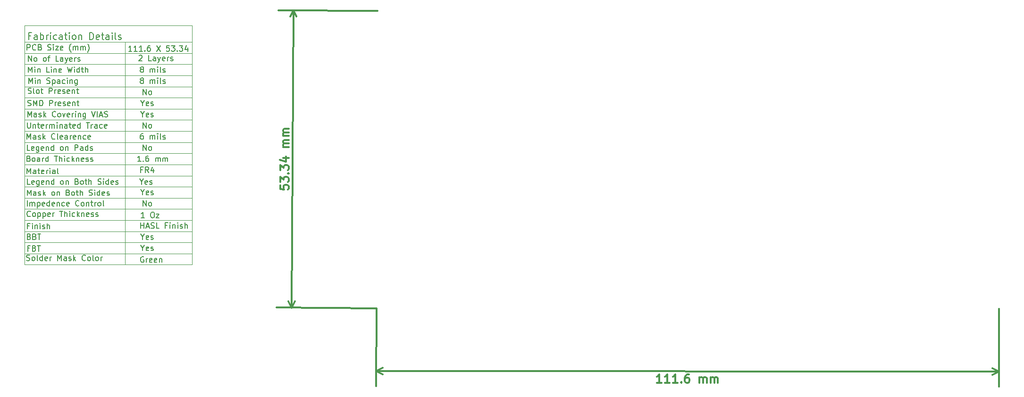
<source format=gbr>
G04 #@! TF.FileFunction,Drawing*
%FSLAX46Y46*%
G04 Gerber Fmt 4.6, Leading zero omitted, Abs format (unit mm)*
G04 Created by KiCad (PCBNEW 4.0.4-stable) date 05/31/17 10:55:34*
%MOMM*%
%LPD*%
G01*
G04 APERTURE LIST*
%ADD10C,0.100000*%
%ADD11C,0.150000*%
%ADD12C,0.300000*%
G04 APERTURE END LIST*
D10*
D11*
X60238096Y-74852381D02*
X59666667Y-74852381D01*
X59952381Y-74852381D02*
X59952381Y-73852381D01*
X59857143Y-73995238D01*
X59761905Y-74090476D01*
X59666667Y-74138095D01*
X61190477Y-74852381D02*
X60619048Y-74852381D01*
X60904762Y-74852381D02*
X60904762Y-73852381D01*
X60809524Y-73995238D01*
X60714286Y-74090476D01*
X60619048Y-74138095D01*
X62142858Y-74852381D02*
X61571429Y-74852381D01*
X61857143Y-74852381D02*
X61857143Y-73852381D01*
X61761905Y-73995238D01*
X61666667Y-74090476D01*
X61571429Y-74138095D01*
X62571429Y-74757143D02*
X62619048Y-74804762D01*
X62571429Y-74852381D01*
X62523810Y-74804762D01*
X62571429Y-74757143D01*
X62571429Y-74852381D01*
X63476191Y-73852381D02*
X63285714Y-73852381D01*
X63190476Y-73900000D01*
X63142857Y-73947619D01*
X63047619Y-74090476D01*
X63000000Y-74280952D01*
X63000000Y-74661905D01*
X63047619Y-74757143D01*
X63095238Y-74804762D01*
X63190476Y-74852381D01*
X63380953Y-74852381D01*
X63476191Y-74804762D01*
X63523810Y-74757143D01*
X63571429Y-74661905D01*
X63571429Y-74423810D01*
X63523810Y-74328571D01*
X63476191Y-74280952D01*
X63380953Y-74233333D01*
X63190476Y-74233333D01*
X63095238Y-74280952D01*
X63047619Y-74328571D01*
X63000000Y-74423810D01*
X64666667Y-73852381D02*
X65333334Y-74852381D01*
X65333334Y-73852381D02*
X64666667Y-74852381D01*
X66952382Y-73852381D02*
X66476191Y-73852381D01*
X66428572Y-74328571D01*
X66476191Y-74280952D01*
X66571429Y-74233333D01*
X66809525Y-74233333D01*
X66904763Y-74280952D01*
X66952382Y-74328571D01*
X67000001Y-74423810D01*
X67000001Y-74661905D01*
X66952382Y-74757143D01*
X66904763Y-74804762D01*
X66809525Y-74852381D01*
X66571429Y-74852381D01*
X66476191Y-74804762D01*
X66428572Y-74757143D01*
X67333334Y-73852381D02*
X67952382Y-73852381D01*
X67619048Y-74233333D01*
X67761906Y-74233333D01*
X67857144Y-74280952D01*
X67904763Y-74328571D01*
X67952382Y-74423810D01*
X67952382Y-74661905D01*
X67904763Y-74757143D01*
X67857144Y-74804762D01*
X67761906Y-74852381D01*
X67476191Y-74852381D01*
X67380953Y-74804762D01*
X67333334Y-74757143D01*
X68380953Y-74757143D02*
X68428572Y-74804762D01*
X68380953Y-74852381D01*
X68333334Y-74804762D01*
X68380953Y-74757143D01*
X68380953Y-74852381D01*
X68761905Y-73852381D02*
X69380953Y-73852381D01*
X69047619Y-74233333D01*
X69190477Y-74233333D01*
X69285715Y-74280952D01*
X69333334Y-74328571D01*
X69380953Y-74423810D01*
X69380953Y-74661905D01*
X69333334Y-74757143D01*
X69285715Y-74804762D01*
X69190477Y-74852381D01*
X68904762Y-74852381D01*
X68809524Y-74804762D01*
X68761905Y-74757143D01*
X70238096Y-74185714D02*
X70238096Y-74852381D01*
X70000000Y-73804762D02*
X69761905Y-74519048D01*
X70380953Y-74519048D01*
D12*
X86853160Y-98917185D02*
X86849147Y-99631460D01*
X87563020Y-99706900D01*
X87491995Y-99635071D01*
X87421369Y-99491815D01*
X87423376Y-99134678D01*
X87495606Y-98992224D01*
X87567434Y-98921198D01*
X87710690Y-98850573D01*
X88067828Y-98852580D01*
X88210281Y-98924809D01*
X88281308Y-98996638D01*
X88351932Y-99139894D01*
X88349926Y-99497032D01*
X88277696Y-99639485D01*
X88205867Y-99710512D01*
X86856370Y-98345766D02*
X86861586Y-97417210D01*
X87430198Y-97920412D01*
X87431401Y-97706129D01*
X87503632Y-97563676D01*
X87575460Y-97492649D01*
X87718716Y-97422025D01*
X88075853Y-97424031D01*
X88218307Y-97496261D01*
X88289333Y-97568090D01*
X88359958Y-97711346D01*
X88357550Y-98139911D01*
X88285321Y-98282365D01*
X88213491Y-98353390D01*
X88222320Y-96781987D02*
X88294149Y-96710961D01*
X88365174Y-96782790D01*
X88293346Y-96853816D01*
X88222320Y-96781987D01*
X88365174Y-96782790D01*
X86868408Y-96202943D02*
X86873625Y-95274386D01*
X87442236Y-95777589D01*
X87443440Y-95563306D01*
X87515670Y-95420853D01*
X87587498Y-95349826D01*
X87730754Y-95279202D01*
X88087892Y-95281208D01*
X88230345Y-95353438D01*
X88301372Y-95425267D01*
X88371996Y-95568523D01*
X88369588Y-95997088D01*
X88297359Y-96139541D01*
X88225530Y-96210567D01*
X87380840Y-93991502D02*
X88380824Y-93997120D01*
X86807415Y-94345429D02*
X87876819Y-94708585D01*
X87882036Y-93780028D01*
X88391659Y-92068579D02*
X87391674Y-92062961D01*
X87534530Y-92063764D02*
X87463504Y-91991935D01*
X87392878Y-91848678D01*
X87394082Y-91634397D01*
X87466312Y-91491943D01*
X87609569Y-91421318D01*
X88395270Y-91425732D01*
X87609569Y-91421318D02*
X87467115Y-91349088D01*
X87396490Y-91205832D01*
X87397694Y-90991550D01*
X87469924Y-90849096D01*
X87613180Y-90778471D01*
X88398882Y-90782885D01*
X88402894Y-90068611D02*
X87402910Y-90062993D01*
X87545766Y-90063795D02*
X87474739Y-89991967D01*
X87404114Y-89848710D01*
X87405318Y-89634428D01*
X87477548Y-89491975D01*
X87620804Y-89421350D01*
X88406506Y-89425764D01*
X87620804Y-89421350D02*
X87478351Y-89349119D01*
X87407726Y-89205863D01*
X87408929Y-88991582D01*
X87481160Y-88849127D01*
X87624416Y-88778503D01*
X88410117Y-88782917D01*
X88901039Y-120915174D02*
X89201039Y-67515174D01*
X104000000Y-121000000D02*
X86201082Y-120900006D01*
X104300000Y-67600000D02*
X86501082Y-67500006D01*
X89201039Y-67515174D02*
X89781122Y-68644954D01*
X89201039Y-67515174D02*
X88608299Y-68638366D01*
X88901039Y-120915174D02*
X89493779Y-119791982D01*
X88901039Y-120915174D02*
X88320956Y-119785394D01*
X155295211Y-134375746D02*
X154438069Y-134374979D01*
X154866641Y-134375363D02*
X154867983Y-132875363D01*
X154724935Y-133089521D01*
X154581949Y-133232250D01*
X154439028Y-133303551D01*
X156723782Y-134377025D02*
X155866639Y-134376258D01*
X156295211Y-134376641D02*
X156296554Y-132876642D01*
X156153505Y-133090800D01*
X156010519Y-133233529D01*
X155867598Y-133304830D01*
X158152352Y-134378304D02*
X157295210Y-134377537D01*
X157723781Y-134377920D02*
X157725124Y-132877921D01*
X157582075Y-133092079D01*
X157439090Y-133234808D01*
X157296169Y-133306109D01*
X158795337Y-134236023D02*
X158866701Y-134307516D01*
X158795209Y-134378880D01*
X158723844Y-134307388D01*
X158795337Y-134236023D01*
X158795209Y-134378880D01*
X160153694Y-132880095D02*
X159867980Y-132879839D01*
X159725060Y-132951140D01*
X159653567Y-133022505D01*
X159510518Y-133236663D01*
X159438833Y-133522313D01*
X159438321Y-134093741D01*
X159509623Y-134236662D01*
X159580987Y-134308155D01*
X159723781Y-134379711D01*
X160009494Y-134379967D01*
X160152415Y-134308667D01*
X160223908Y-134237302D01*
X160295464Y-134094509D01*
X160295784Y-133737366D01*
X160224484Y-133594445D01*
X160153119Y-133522953D01*
X160010326Y-133451396D01*
X159724612Y-133451140D01*
X159581690Y-133522441D01*
X159510198Y-133593805D01*
X159438641Y-133736598D01*
X162080922Y-134381821D02*
X162081817Y-133381822D01*
X162081689Y-133524679D02*
X162153181Y-133453314D01*
X162296103Y-133382013D01*
X162510388Y-133382205D01*
X162653181Y-133453762D01*
X162724482Y-133596683D01*
X162723778Y-134382397D01*
X162724482Y-133596683D02*
X162796039Y-133453890D01*
X162938960Y-133382589D01*
X163153244Y-133382781D01*
X163296038Y-133454338D01*
X163367339Y-133597258D01*
X163366635Y-134382972D01*
X164080921Y-134383612D02*
X164081816Y-133383612D01*
X164081688Y-133526470D02*
X164153180Y-133455105D01*
X164296102Y-133383804D01*
X164510387Y-133383996D01*
X164653180Y-133455553D01*
X164724481Y-133598473D01*
X164723778Y-134384187D01*
X164724481Y-133598473D02*
X164796038Y-133455680D01*
X164938959Y-133384379D01*
X165153244Y-133384571D01*
X165296038Y-133456128D01*
X165367338Y-133599049D01*
X165366634Y-134384763D01*
X104089882Y-132301333D02*
X215789882Y-132401333D01*
X104100000Y-121000000D02*
X104087465Y-135001332D01*
X215800000Y-121100000D02*
X215787465Y-135101332D01*
X215789882Y-132401333D02*
X214662854Y-132986745D01*
X215789882Y-132401333D02*
X214663904Y-131813904D01*
X104089882Y-132301333D02*
X105215860Y-132888762D01*
X104089882Y-132301333D02*
X105216910Y-131715921D01*
D10*
X41000000Y-70200000D02*
X41000000Y-113200000D01*
X41000000Y-111200000D02*
X71000000Y-111200000D01*
X71000000Y-70200000D02*
X71000000Y-113200000D01*
X41000000Y-73200000D02*
X71000000Y-73200000D01*
X41000000Y-70200000D02*
X71000000Y-70200000D01*
X41000000Y-75200000D02*
X71000000Y-75200000D01*
X41000000Y-77200000D02*
X71000000Y-77200000D01*
X41000000Y-79200000D02*
X71000000Y-79200000D01*
X41000000Y-83200000D02*
X71000000Y-83200000D01*
X41000000Y-81200000D02*
X71000000Y-81200000D01*
X41000000Y-85200000D02*
X71000000Y-85200000D01*
X41000000Y-87200000D02*
X71000000Y-87200000D01*
X41000000Y-89200000D02*
X71000000Y-89200000D01*
X41000000Y-91200000D02*
X71000000Y-91200000D01*
X41000000Y-93200000D02*
X71000000Y-93200000D01*
X41000000Y-95200000D02*
X71000000Y-95200000D01*
X41000000Y-97200000D02*
X71000000Y-97200000D01*
X41000000Y-99200000D02*
X71000000Y-99200000D01*
X41000000Y-101200000D02*
X71000000Y-101200000D01*
X41000000Y-103200000D02*
X71000000Y-103200000D01*
X41000000Y-105200000D02*
X71000000Y-105200000D01*
X41000000Y-107200000D02*
X71000000Y-107200000D01*
X41000000Y-109200000D02*
X71000000Y-109200000D01*
X59000000Y-113200000D02*
X59000000Y-73200000D01*
X41000000Y-113200000D02*
X71000000Y-113200000D01*
D11*
X41428571Y-74652381D02*
X41428571Y-73652381D01*
X41809524Y-73652381D01*
X41904762Y-73700000D01*
X41952381Y-73747619D01*
X42000000Y-73842857D01*
X42000000Y-73985714D01*
X41952381Y-74080952D01*
X41904762Y-74128571D01*
X41809524Y-74176190D01*
X41428571Y-74176190D01*
X43000000Y-74557143D02*
X42952381Y-74604762D01*
X42809524Y-74652381D01*
X42714286Y-74652381D01*
X42571428Y-74604762D01*
X42476190Y-74509524D01*
X42428571Y-74414286D01*
X42380952Y-74223810D01*
X42380952Y-74080952D01*
X42428571Y-73890476D01*
X42476190Y-73795238D01*
X42571428Y-73700000D01*
X42714286Y-73652381D01*
X42809524Y-73652381D01*
X42952381Y-73700000D01*
X43000000Y-73747619D01*
X43761905Y-74128571D02*
X43904762Y-74176190D01*
X43952381Y-74223810D01*
X44000000Y-74319048D01*
X44000000Y-74461905D01*
X43952381Y-74557143D01*
X43904762Y-74604762D01*
X43809524Y-74652381D01*
X43428571Y-74652381D01*
X43428571Y-73652381D01*
X43761905Y-73652381D01*
X43857143Y-73700000D01*
X43904762Y-73747619D01*
X43952381Y-73842857D01*
X43952381Y-73938095D01*
X43904762Y-74033333D01*
X43857143Y-74080952D01*
X43761905Y-74128571D01*
X43428571Y-74128571D01*
X45142857Y-74604762D02*
X45285714Y-74652381D01*
X45523810Y-74652381D01*
X45619048Y-74604762D01*
X45666667Y-74557143D01*
X45714286Y-74461905D01*
X45714286Y-74366667D01*
X45666667Y-74271429D01*
X45619048Y-74223810D01*
X45523810Y-74176190D01*
X45333333Y-74128571D01*
X45238095Y-74080952D01*
X45190476Y-74033333D01*
X45142857Y-73938095D01*
X45142857Y-73842857D01*
X45190476Y-73747619D01*
X45238095Y-73700000D01*
X45333333Y-73652381D01*
X45571429Y-73652381D01*
X45714286Y-73700000D01*
X46142857Y-74652381D02*
X46142857Y-73985714D01*
X46142857Y-73652381D02*
X46095238Y-73700000D01*
X46142857Y-73747619D01*
X46190476Y-73700000D01*
X46142857Y-73652381D01*
X46142857Y-73747619D01*
X46523809Y-73985714D02*
X47047619Y-73985714D01*
X46523809Y-74652381D01*
X47047619Y-74652381D01*
X47809524Y-74604762D02*
X47714286Y-74652381D01*
X47523809Y-74652381D01*
X47428571Y-74604762D01*
X47380952Y-74509524D01*
X47380952Y-74128571D01*
X47428571Y-74033333D01*
X47523809Y-73985714D01*
X47714286Y-73985714D01*
X47809524Y-74033333D01*
X47857143Y-74128571D01*
X47857143Y-74223810D01*
X47380952Y-74319048D01*
X49333334Y-75033333D02*
X49285714Y-74985714D01*
X49190476Y-74842857D01*
X49142857Y-74747619D01*
X49095238Y-74604762D01*
X49047619Y-74366667D01*
X49047619Y-74176190D01*
X49095238Y-73938095D01*
X49142857Y-73795238D01*
X49190476Y-73700000D01*
X49285714Y-73557143D01*
X49333334Y-73509524D01*
X49714286Y-74652381D02*
X49714286Y-73985714D01*
X49714286Y-74080952D02*
X49761905Y-74033333D01*
X49857143Y-73985714D01*
X50000001Y-73985714D01*
X50095239Y-74033333D01*
X50142858Y-74128571D01*
X50142858Y-74652381D01*
X50142858Y-74128571D02*
X50190477Y-74033333D01*
X50285715Y-73985714D01*
X50428572Y-73985714D01*
X50523810Y-74033333D01*
X50571429Y-74128571D01*
X50571429Y-74652381D01*
X51047619Y-74652381D02*
X51047619Y-73985714D01*
X51047619Y-74080952D02*
X51095238Y-74033333D01*
X51190476Y-73985714D01*
X51333334Y-73985714D01*
X51428572Y-74033333D01*
X51476191Y-74128571D01*
X51476191Y-74652381D01*
X51476191Y-74128571D02*
X51523810Y-74033333D01*
X51619048Y-73985714D01*
X51761905Y-73985714D01*
X51857143Y-74033333D01*
X51904762Y-74128571D01*
X51904762Y-74652381D01*
X52285714Y-75033333D02*
X52333333Y-74985714D01*
X52428571Y-74842857D01*
X52476190Y-74747619D01*
X52523809Y-74604762D01*
X52571428Y-74366667D01*
X52571428Y-74176190D01*
X52523809Y-73938095D01*
X52476190Y-73795238D01*
X52428571Y-73700000D01*
X52333333Y-73557143D01*
X52285714Y-73509524D01*
X42114287Y-72114286D02*
X41714287Y-72114286D01*
X41714287Y-72742857D02*
X41714287Y-71542857D01*
X42285716Y-71542857D01*
X43257144Y-72742857D02*
X43257144Y-72114286D01*
X43200001Y-72000000D01*
X43085715Y-71942857D01*
X42857144Y-71942857D01*
X42742858Y-72000000D01*
X43257144Y-72685714D02*
X43142858Y-72742857D01*
X42857144Y-72742857D01*
X42742858Y-72685714D01*
X42685715Y-72571429D01*
X42685715Y-72457143D01*
X42742858Y-72342857D01*
X42857144Y-72285714D01*
X43142858Y-72285714D01*
X43257144Y-72228571D01*
X43828572Y-72742857D02*
X43828572Y-71542857D01*
X43828572Y-72000000D02*
X43942858Y-71942857D01*
X44171429Y-71942857D01*
X44285715Y-72000000D01*
X44342858Y-72057143D01*
X44400001Y-72171429D01*
X44400001Y-72514286D01*
X44342858Y-72628571D01*
X44285715Y-72685714D01*
X44171429Y-72742857D01*
X43942858Y-72742857D01*
X43828572Y-72685714D01*
X44914286Y-72742857D02*
X44914286Y-71942857D01*
X44914286Y-72171429D02*
X44971429Y-72057143D01*
X45028572Y-72000000D01*
X45142858Y-71942857D01*
X45257143Y-71942857D01*
X45657143Y-72742857D02*
X45657143Y-71942857D01*
X45657143Y-71542857D02*
X45600000Y-71600000D01*
X45657143Y-71657143D01*
X45714286Y-71600000D01*
X45657143Y-71542857D01*
X45657143Y-71657143D01*
X46742858Y-72685714D02*
X46628572Y-72742857D01*
X46400001Y-72742857D01*
X46285715Y-72685714D01*
X46228572Y-72628571D01*
X46171429Y-72514286D01*
X46171429Y-72171429D01*
X46228572Y-72057143D01*
X46285715Y-72000000D01*
X46400001Y-71942857D01*
X46628572Y-71942857D01*
X46742858Y-72000000D01*
X47771429Y-72742857D02*
X47771429Y-72114286D01*
X47714286Y-72000000D01*
X47600000Y-71942857D01*
X47371429Y-71942857D01*
X47257143Y-72000000D01*
X47771429Y-72685714D02*
X47657143Y-72742857D01*
X47371429Y-72742857D01*
X47257143Y-72685714D01*
X47200000Y-72571429D01*
X47200000Y-72457143D01*
X47257143Y-72342857D01*
X47371429Y-72285714D01*
X47657143Y-72285714D01*
X47771429Y-72228571D01*
X48171429Y-71942857D02*
X48628572Y-71942857D01*
X48342857Y-71542857D02*
X48342857Y-72571429D01*
X48400000Y-72685714D01*
X48514286Y-72742857D01*
X48628572Y-72742857D01*
X49028571Y-72742857D02*
X49028571Y-71942857D01*
X49028571Y-71542857D02*
X48971428Y-71600000D01*
X49028571Y-71657143D01*
X49085714Y-71600000D01*
X49028571Y-71542857D01*
X49028571Y-71657143D01*
X49771429Y-72742857D02*
X49657143Y-72685714D01*
X49600000Y-72628571D01*
X49542857Y-72514286D01*
X49542857Y-72171429D01*
X49600000Y-72057143D01*
X49657143Y-72000000D01*
X49771429Y-71942857D01*
X49942857Y-71942857D01*
X50057143Y-72000000D01*
X50114286Y-72057143D01*
X50171429Y-72171429D01*
X50171429Y-72514286D01*
X50114286Y-72628571D01*
X50057143Y-72685714D01*
X49942857Y-72742857D01*
X49771429Y-72742857D01*
X50685714Y-71942857D02*
X50685714Y-72742857D01*
X50685714Y-72057143D02*
X50742857Y-72000000D01*
X50857143Y-71942857D01*
X51028571Y-71942857D01*
X51142857Y-72000000D01*
X51200000Y-72114286D01*
X51200000Y-72742857D01*
X52685714Y-72742857D02*
X52685714Y-71542857D01*
X52971429Y-71542857D01*
X53142857Y-71600000D01*
X53257143Y-71714286D01*
X53314286Y-71828571D01*
X53371429Y-72057143D01*
X53371429Y-72228571D01*
X53314286Y-72457143D01*
X53257143Y-72571429D01*
X53142857Y-72685714D01*
X52971429Y-72742857D01*
X52685714Y-72742857D01*
X54342857Y-72685714D02*
X54228571Y-72742857D01*
X54000000Y-72742857D01*
X53885714Y-72685714D01*
X53828571Y-72571429D01*
X53828571Y-72114286D01*
X53885714Y-72000000D01*
X54000000Y-71942857D01*
X54228571Y-71942857D01*
X54342857Y-72000000D01*
X54400000Y-72114286D01*
X54400000Y-72228571D01*
X53828571Y-72342857D01*
X54742857Y-71942857D02*
X55200000Y-71942857D01*
X54914285Y-71542857D02*
X54914285Y-72571429D01*
X54971428Y-72685714D01*
X55085714Y-72742857D01*
X55200000Y-72742857D01*
X56114285Y-72742857D02*
X56114285Y-72114286D01*
X56057142Y-72000000D01*
X55942856Y-71942857D01*
X55714285Y-71942857D01*
X55599999Y-72000000D01*
X56114285Y-72685714D02*
X55999999Y-72742857D01*
X55714285Y-72742857D01*
X55599999Y-72685714D01*
X55542856Y-72571429D01*
X55542856Y-72457143D01*
X55599999Y-72342857D01*
X55714285Y-72285714D01*
X55999999Y-72285714D01*
X56114285Y-72228571D01*
X56685713Y-72742857D02*
X56685713Y-71942857D01*
X56685713Y-71542857D02*
X56628570Y-71600000D01*
X56685713Y-71657143D01*
X56742856Y-71600000D01*
X56685713Y-71542857D01*
X56685713Y-71657143D01*
X57428571Y-72742857D02*
X57314285Y-72685714D01*
X57257142Y-72571429D01*
X57257142Y-71542857D01*
X57828570Y-72685714D02*
X57942856Y-72742857D01*
X58171428Y-72742857D01*
X58285713Y-72685714D01*
X58342856Y-72571429D01*
X58342856Y-72514286D01*
X58285713Y-72400000D01*
X58171428Y-72342857D01*
X57999999Y-72342857D01*
X57885713Y-72285714D01*
X57828570Y-72171429D01*
X57828570Y-72114286D01*
X57885713Y-72000000D01*
X57999999Y-71942857D01*
X58171428Y-71942857D01*
X58285713Y-72000000D01*
X41680951Y-76652381D02*
X41680951Y-75652381D01*
X42252380Y-76652381D01*
X42252380Y-75652381D01*
X42871427Y-76652381D02*
X42776189Y-76604762D01*
X42728570Y-76557143D01*
X42680951Y-76461905D01*
X42680951Y-76176190D01*
X42728570Y-76080952D01*
X42776189Y-76033333D01*
X42871427Y-75985714D01*
X43014285Y-75985714D01*
X43109523Y-76033333D01*
X43157142Y-76080952D01*
X43204761Y-76176190D01*
X43204761Y-76461905D01*
X43157142Y-76557143D01*
X43109523Y-76604762D01*
X43014285Y-76652381D01*
X42871427Y-76652381D01*
X44538094Y-76652381D02*
X44442856Y-76604762D01*
X44395237Y-76557143D01*
X44347618Y-76461905D01*
X44347618Y-76176190D01*
X44395237Y-76080952D01*
X44442856Y-76033333D01*
X44538094Y-75985714D01*
X44680952Y-75985714D01*
X44776190Y-76033333D01*
X44823809Y-76080952D01*
X44871428Y-76176190D01*
X44871428Y-76461905D01*
X44823809Y-76557143D01*
X44776190Y-76604762D01*
X44680952Y-76652381D01*
X44538094Y-76652381D01*
X45157142Y-75985714D02*
X45538094Y-75985714D01*
X45299999Y-76652381D02*
X45299999Y-75795238D01*
X45347618Y-75700000D01*
X45442856Y-75652381D01*
X45538094Y-75652381D01*
X47109524Y-76652381D02*
X46633333Y-76652381D01*
X46633333Y-75652381D01*
X47871429Y-76652381D02*
X47871429Y-76128571D01*
X47823810Y-76033333D01*
X47728572Y-75985714D01*
X47538095Y-75985714D01*
X47442857Y-76033333D01*
X47871429Y-76604762D02*
X47776191Y-76652381D01*
X47538095Y-76652381D01*
X47442857Y-76604762D01*
X47395238Y-76509524D01*
X47395238Y-76414286D01*
X47442857Y-76319048D01*
X47538095Y-76271429D01*
X47776191Y-76271429D01*
X47871429Y-76223810D01*
X48252381Y-75985714D02*
X48490476Y-76652381D01*
X48728572Y-75985714D02*
X48490476Y-76652381D01*
X48395238Y-76890476D01*
X48347619Y-76938095D01*
X48252381Y-76985714D01*
X49490477Y-76604762D02*
X49395239Y-76652381D01*
X49204762Y-76652381D01*
X49109524Y-76604762D01*
X49061905Y-76509524D01*
X49061905Y-76128571D01*
X49109524Y-76033333D01*
X49204762Y-75985714D01*
X49395239Y-75985714D01*
X49490477Y-76033333D01*
X49538096Y-76128571D01*
X49538096Y-76223810D01*
X49061905Y-76319048D01*
X49966667Y-76652381D02*
X49966667Y-75985714D01*
X49966667Y-76176190D02*
X50014286Y-76080952D01*
X50061905Y-76033333D01*
X50157143Y-75985714D01*
X50252382Y-75985714D01*
X50538096Y-76604762D02*
X50633334Y-76652381D01*
X50823810Y-76652381D01*
X50919049Y-76604762D01*
X50966668Y-76509524D01*
X50966668Y-76461905D01*
X50919049Y-76366667D01*
X50823810Y-76319048D01*
X50680953Y-76319048D01*
X50585715Y-76271429D01*
X50538096Y-76176190D01*
X50538096Y-76128571D01*
X50585715Y-76033333D01*
X50680953Y-75985714D01*
X50823810Y-75985714D01*
X50919049Y-76033333D01*
X41690476Y-78652381D02*
X41690476Y-77652381D01*
X42023810Y-78366667D01*
X42357143Y-77652381D01*
X42357143Y-78652381D01*
X42833333Y-78652381D02*
X42833333Y-77985714D01*
X42833333Y-77652381D02*
X42785714Y-77700000D01*
X42833333Y-77747619D01*
X42880952Y-77700000D01*
X42833333Y-77652381D01*
X42833333Y-77747619D01*
X43309523Y-77985714D02*
X43309523Y-78652381D01*
X43309523Y-78080952D02*
X43357142Y-78033333D01*
X43452380Y-77985714D01*
X43595238Y-77985714D01*
X43690476Y-78033333D01*
X43738095Y-78128571D01*
X43738095Y-78652381D01*
X45452381Y-78652381D02*
X44976190Y-78652381D01*
X44976190Y-77652381D01*
X45785714Y-78652381D02*
X45785714Y-77985714D01*
X45785714Y-77652381D02*
X45738095Y-77700000D01*
X45785714Y-77747619D01*
X45833333Y-77700000D01*
X45785714Y-77652381D01*
X45785714Y-77747619D01*
X46261904Y-77985714D02*
X46261904Y-78652381D01*
X46261904Y-78080952D02*
X46309523Y-78033333D01*
X46404761Y-77985714D01*
X46547619Y-77985714D01*
X46642857Y-78033333D01*
X46690476Y-78128571D01*
X46690476Y-78652381D01*
X47547619Y-78604762D02*
X47452381Y-78652381D01*
X47261904Y-78652381D01*
X47166666Y-78604762D01*
X47119047Y-78509524D01*
X47119047Y-78128571D01*
X47166666Y-78033333D01*
X47261904Y-77985714D01*
X47452381Y-77985714D01*
X47547619Y-78033333D01*
X47595238Y-78128571D01*
X47595238Y-78223810D01*
X47119047Y-78319048D01*
X48690476Y-77652381D02*
X48928571Y-78652381D01*
X49119048Y-77938095D01*
X49309524Y-78652381D01*
X49547619Y-77652381D01*
X49928571Y-78652381D02*
X49928571Y-77985714D01*
X49928571Y-77652381D02*
X49880952Y-77700000D01*
X49928571Y-77747619D01*
X49976190Y-77700000D01*
X49928571Y-77652381D01*
X49928571Y-77747619D01*
X50833333Y-78652381D02*
X50833333Y-77652381D01*
X50833333Y-78604762D02*
X50738095Y-78652381D01*
X50547618Y-78652381D01*
X50452380Y-78604762D01*
X50404761Y-78557143D01*
X50357142Y-78461905D01*
X50357142Y-78176190D01*
X50404761Y-78080952D01*
X50452380Y-78033333D01*
X50547618Y-77985714D01*
X50738095Y-77985714D01*
X50833333Y-78033333D01*
X51166666Y-77985714D02*
X51547618Y-77985714D01*
X51309523Y-77652381D02*
X51309523Y-78509524D01*
X51357142Y-78604762D01*
X51452380Y-78652381D01*
X51547618Y-78652381D01*
X51880952Y-78652381D02*
X51880952Y-77652381D01*
X52309524Y-78652381D02*
X52309524Y-78128571D01*
X52261905Y-78033333D01*
X52166667Y-77985714D01*
X52023809Y-77985714D01*
X51928571Y-78033333D01*
X51880952Y-78080952D01*
X41742857Y-80652381D02*
X41742857Y-79652381D01*
X42076191Y-80366667D01*
X42409524Y-79652381D01*
X42409524Y-80652381D01*
X42885714Y-80652381D02*
X42885714Y-79985714D01*
X42885714Y-79652381D02*
X42838095Y-79700000D01*
X42885714Y-79747619D01*
X42933333Y-79700000D01*
X42885714Y-79652381D01*
X42885714Y-79747619D01*
X43361904Y-79985714D02*
X43361904Y-80652381D01*
X43361904Y-80080952D02*
X43409523Y-80033333D01*
X43504761Y-79985714D01*
X43647619Y-79985714D01*
X43742857Y-80033333D01*
X43790476Y-80128571D01*
X43790476Y-80652381D01*
X44980952Y-80604762D02*
X45123809Y-80652381D01*
X45361905Y-80652381D01*
X45457143Y-80604762D01*
X45504762Y-80557143D01*
X45552381Y-80461905D01*
X45552381Y-80366667D01*
X45504762Y-80271429D01*
X45457143Y-80223810D01*
X45361905Y-80176190D01*
X45171428Y-80128571D01*
X45076190Y-80080952D01*
X45028571Y-80033333D01*
X44980952Y-79938095D01*
X44980952Y-79842857D01*
X45028571Y-79747619D01*
X45076190Y-79700000D01*
X45171428Y-79652381D01*
X45409524Y-79652381D01*
X45552381Y-79700000D01*
X45980952Y-79985714D02*
X45980952Y-80985714D01*
X45980952Y-80033333D02*
X46076190Y-79985714D01*
X46266667Y-79985714D01*
X46361905Y-80033333D01*
X46409524Y-80080952D01*
X46457143Y-80176190D01*
X46457143Y-80461905D01*
X46409524Y-80557143D01*
X46361905Y-80604762D01*
X46266667Y-80652381D01*
X46076190Y-80652381D01*
X45980952Y-80604762D01*
X47314286Y-80652381D02*
X47314286Y-80128571D01*
X47266667Y-80033333D01*
X47171429Y-79985714D01*
X46980952Y-79985714D01*
X46885714Y-80033333D01*
X47314286Y-80604762D02*
X47219048Y-80652381D01*
X46980952Y-80652381D01*
X46885714Y-80604762D01*
X46838095Y-80509524D01*
X46838095Y-80414286D01*
X46885714Y-80319048D01*
X46980952Y-80271429D01*
X47219048Y-80271429D01*
X47314286Y-80223810D01*
X48219048Y-80604762D02*
X48123810Y-80652381D01*
X47933333Y-80652381D01*
X47838095Y-80604762D01*
X47790476Y-80557143D01*
X47742857Y-80461905D01*
X47742857Y-80176190D01*
X47790476Y-80080952D01*
X47838095Y-80033333D01*
X47933333Y-79985714D01*
X48123810Y-79985714D01*
X48219048Y-80033333D01*
X48647619Y-80652381D02*
X48647619Y-79985714D01*
X48647619Y-79652381D02*
X48600000Y-79700000D01*
X48647619Y-79747619D01*
X48695238Y-79700000D01*
X48647619Y-79652381D01*
X48647619Y-79747619D01*
X49123809Y-79985714D02*
X49123809Y-80652381D01*
X49123809Y-80080952D02*
X49171428Y-80033333D01*
X49266666Y-79985714D01*
X49409524Y-79985714D01*
X49504762Y-80033333D01*
X49552381Y-80128571D01*
X49552381Y-80652381D01*
X50457143Y-79985714D02*
X50457143Y-80795238D01*
X50409524Y-80890476D01*
X50361905Y-80938095D01*
X50266666Y-80985714D01*
X50123809Y-80985714D01*
X50028571Y-80938095D01*
X50457143Y-80604762D02*
X50361905Y-80652381D01*
X50171428Y-80652381D01*
X50076190Y-80604762D01*
X50028571Y-80557143D01*
X49980952Y-80461905D01*
X49980952Y-80176190D01*
X50028571Y-80080952D01*
X50076190Y-80033333D01*
X50171428Y-79985714D01*
X50361905Y-79985714D01*
X50457143Y-80033333D01*
X41623808Y-82404762D02*
X41766665Y-82452381D01*
X42004761Y-82452381D01*
X42099999Y-82404762D01*
X42147618Y-82357143D01*
X42195237Y-82261905D01*
X42195237Y-82166667D01*
X42147618Y-82071429D01*
X42099999Y-82023810D01*
X42004761Y-81976190D01*
X41814284Y-81928571D01*
X41719046Y-81880952D01*
X41671427Y-81833333D01*
X41623808Y-81738095D01*
X41623808Y-81642857D01*
X41671427Y-81547619D01*
X41719046Y-81500000D01*
X41814284Y-81452381D01*
X42052380Y-81452381D01*
X42195237Y-81500000D01*
X42766665Y-82452381D02*
X42671427Y-82404762D01*
X42623808Y-82309524D01*
X42623808Y-81452381D01*
X43290475Y-82452381D02*
X43195237Y-82404762D01*
X43147618Y-82357143D01*
X43099999Y-82261905D01*
X43099999Y-81976190D01*
X43147618Y-81880952D01*
X43195237Y-81833333D01*
X43290475Y-81785714D01*
X43433333Y-81785714D01*
X43528571Y-81833333D01*
X43576190Y-81880952D01*
X43623809Y-81976190D01*
X43623809Y-82261905D01*
X43576190Y-82357143D01*
X43528571Y-82404762D01*
X43433333Y-82452381D01*
X43290475Y-82452381D01*
X43909523Y-81785714D02*
X44290475Y-81785714D01*
X44052380Y-81452381D02*
X44052380Y-82309524D01*
X44099999Y-82404762D01*
X44195237Y-82452381D01*
X44290475Y-82452381D01*
X45385714Y-82452381D02*
X45385714Y-81452381D01*
X45766667Y-81452381D01*
X45861905Y-81500000D01*
X45909524Y-81547619D01*
X45957143Y-81642857D01*
X45957143Y-81785714D01*
X45909524Y-81880952D01*
X45861905Y-81928571D01*
X45766667Y-81976190D01*
X45385714Y-81976190D01*
X46385714Y-82452381D02*
X46385714Y-81785714D01*
X46385714Y-81976190D02*
X46433333Y-81880952D01*
X46480952Y-81833333D01*
X46576190Y-81785714D01*
X46671429Y-81785714D01*
X47385715Y-82404762D02*
X47290477Y-82452381D01*
X47100000Y-82452381D01*
X47004762Y-82404762D01*
X46957143Y-82309524D01*
X46957143Y-81928571D01*
X47004762Y-81833333D01*
X47100000Y-81785714D01*
X47290477Y-81785714D01*
X47385715Y-81833333D01*
X47433334Y-81928571D01*
X47433334Y-82023810D01*
X46957143Y-82119048D01*
X47814286Y-82404762D02*
X47909524Y-82452381D01*
X48100000Y-82452381D01*
X48195239Y-82404762D01*
X48242858Y-82309524D01*
X48242858Y-82261905D01*
X48195239Y-82166667D01*
X48100000Y-82119048D01*
X47957143Y-82119048D01*
X47861905Y-82071429D01*
X47814286Y-81976190D01*
X47814286Y-81928571D01*
X47861905Y-81833333D01*
X47957143Y-81785714D01*
X48100000Y-81785714D01*
X48195239Y-81833333D01*
X49052382Y-82404762D02*
X48957144Y-82452381D01*
X48766667Y-82452381D01*
X48671429Y-82404762D01*
X48623810Y-82309524D01*
X48623810Y-81928571D01*
X48671429Y-81833333D01*
X48766667Y-81785714D01*
X48957144Y-81785714D01*
X49052382Y-81833333D01*
X49100001Y-81928571D01*
X49100001Y-82023810D01*
X48623810Y-82119048D01*
X49528572Y-81785714D02*
X49528572Y-82452381D01*
X49528572Y-81880952D02*
X49576191Y-81833333D01*
X49671429Y-81785714D01*
X49814287Y-81785714D01*
X49909525Y-81833333D01*
X49957144Y-81928571D01*
X49957144Y-82452381D01*
X50290477Y-81785714D02*
X50671429Y-81785714D01*
X50433334Y-81452381D02*
X50433334Y-82309524D01*
X50480953Y-82404762D01*
X50576191Y-82452381D01*
X50671429Y-82452381D01*
X41552380Y-84604762D02*
X41695237Y-84652381D01*
X41933333Y-84652381D01*
X42028571Y-84604762D01*
X42076190Y-84557143D01*
X42123809Y-84461905D01*
X42123809Y-84366667D01*
X42076190Y-84271429D01*
X42028571Y-84223810D01*
X41933333Y-84176190D01*
X41742856Y-84128571D01*
X41647618Y-84080952D01*
X41599999Y-84033333D01*
X41552380Y-83938095D01*
X41552380Y-83842857D01*
X41599999Y-83747619D01*
X41647618Y-83700000D01*
X41742856Y-83652381D01*
X41980952Y-83652381D01*
X42123809Y-83700000D01*
X42552380Y-84652381D02*
X42552380Y-83652381D01*
X42885714Y-84366667D01*
X43219047Y-83652381D01*
X43219047Y-84652381D01*
X43695237Y-84652381D02*
X43695237Y-83652381D01*
X43933332Y-83652381D01*
X44076190Y-83700000D01*
X44171428Y-83795238D01*
X44219047Y-83890476D01*
X44266666Y-84080952D01*
X44266666Y-84223810D01*
X44219047Y-84414286D01*
X44171428Y-84509524D01*
X44076190Y-84604762D01*
X43933332Y-84652381D01*
X43695237Y-84652381D01*
X45457142Y-84652381D02*
X45457142Y-83652381D01*
X45838095Y-83652381D01*
X45933333Y-83700000D01*
X45980952Y-83747619D01*
X46028571Y-83842857D01*
X46028571Y-83985714D01*
X45980952Y-84080952D01*
X45933333Y-84128571D01*
X45838095Y-84176190D01*
X45457142Y-84176190D01*
X46457142Y-84652381D02*
X46457142Y-83985714D01*
X46457142Y-84176190D02*
X46504761Y-84080952D01*
X46552380Y-84033333D01*
X46647618Y-83985714D01*
X46742857Y-83985714D01*
X47457143Y-84604762D02*
X47361905Y-84652381D01*
X47171428Y-84652381D01*
X47076190Y-84604762D01*
X47028571Y-84509524D01*
X47028571Y-84128571D01*
X47076190Y-84033333D01*
X47171428Y-83985714D01*
X47361905Y-83985714D01*
X47457143Y-84033333D01*
X47504762Y-84128571D01*
X47504762Y-84223810D01*
X47028571Y-84319048D01*
X47885714Y-84604762D02*
X47980952Y-84652381D01*
X48171428Y-84652381D01*
X48266667Y-84604762D01*
X48314286Y-84509524D01*
X48314286Y-84461905D01*
X48266667Y-84366667D01*
X48171428Y-84319048D01*
X48028571Y-84319048D01*
X47933333Y-84271429D01*
X47885714Y-84176190D01*
X47885714Y-84128571D01*
X47933333Y-84033333D01*
X48028571Y-83985714D01*
X48171428Y-83985714D01*
X48266667Y-84033333D01*
X49123810Y-84604762D02*
X49028572Y-84652381D01*
X48838095Y-84652381D01*
X48742857Y-84604762D01*
X48695238Y-84509524D01*
X48695238Y-84128571D01*
X48742857Y-84033333D01*
X48838095Y-83985714D01*
X49028572Y-83985714D01*
X49123810Y-84033333D01*
X49171429Y-84128571D01*
X49171429Y-84223810D01*
X48695238Y-84319048D01*
X49600000Y-83985714D02*
X49600000Y-84652381D01*
X49600000Y-84080952D02*
X49647619Y-84033333D01*
X49742857Y-83985714D01*
X49885715Y-83985714D01*
X49980953Y-84033333D01*
X50028572Y-84128571D01*
X50028572Y-84652381D01*
X50361905Y-83985714D02*
X50742857Y-83985714D01*
X50504762Y-83652381D02*
X50504762Y-84509524D01*
X50552381Y-84604762D01*
X50647619Y-84652381D01*
X50742857Y-84652381D01*
X41557142Y-86652381D02*
X41557142Y-85652381D01*
X41890476Y-86366667D01*
X42223809Y-85652381D01*
X42223809Y-86652381D01*
X43128571Y-86652381D02*
X43128571Y-86128571D01*
X43080952Y-86033333D01*
X42985714Y-85985714D01*
X42795237Y-85985714D01*
X42699999Y-86033333D01*
X43128571Y-86604762D02*
X43033333Y-86652381D01*
X42795237Y-86652381D01*
X42699999Y-86604762D01*
X42652380Y-86509524D01*
X42652380Y-86414286D01*
X42699999Y-86319048D01*
X42795237Y-86271429D01*
X43033333Y-86271429D01*
X43128571Y-86223810D01*
X43557142Y-86604762D02*
X43652380Y-86652381D01*
X43842856Y-86652381D01*
X43938095Y-86604762D01*
X43985714Y-86509524D01*
X43985714Y-86461905D01*
X43938095Y-86366667D01*
X43842856Y-86319048D01*
X43699999Y-86319048D01*
X43604761Y-86271429D01*
X43557142Y-86176190D01*
X43557142Y-86128571D01*
X43604761Y-86033333D01*
X43699999Y-85985714D01*
X43842856Y-85985714D01*
X43938095Y-86033333D01*
X44414285Y-86652381D02*
X44414285Y-85652381D01*
X44509523Y-86271429D02*
X44795238Y-86652381D01*
X44795238Y-85985714D02*
X44414285Y-86366667D01*
X46557143Y-86557143D02*
X46509524Y-86604762D01*
X46366667Y-86652381D01*
X46271429Y-86652381D01*
X46128571Y-86604762D01*
X46033333Y-86509524D01*
X45985714Y-86414286D01*
X45938095Y-86223810D01*
X45938095Y-86080952D01*
X45985714Y-85890476D01*
X46033333Y-85795238D01*
X46128571Y-85700000D01*
X46271429Y-85652381D01*
X46366667Y-85652381D01*
X46509524Y-85700000D01*
X46557143Y-85747619D01*
X47128571Y-86652381D02*
X47033333Y-86604762D01*
X46985714Y-86557143D01*
X46938095Y-86461905D01*
X46938095Y-86176190D01*
X46985714Y-86080952D01*
X47033333Y-86033333D01*
X47128571Y-85985714D01*
X47271429Y-85985714D01*
X47366667Y-86033333D01*
X47414286Y-86080952D01*
X47461905Y-86176190D01*
X47461905Y-86461905D01*
X47414286Y-86557143D01*
X47366667Y-86604762D01*
X47271429Y-86652381D01*
X47128571Y-86652381D01*
X47795238Y-85985714D02*
X48033333Y-86652381D01*
X48271429Y-85985714D01*
X49033334Y-86604762D02*
X48938096Y-86652381D01*
X48747619Y-86652381D01*
X48652381Y-86604762D01*
X48604762Y-86509524D01*
X48604762Y-86128571D01*
X48652381Y-86033333D01*
X48747619Y-85985714D01*
X48938096Y-85985714D01*
X49033334Y-86033333D01*
X49080953Y-86128571D01*
X49080953Y-86223810D01*
X48604762Y-86319048D01*
X49509524Y-86652381D02*
X49509524Y-85985714D01*
X49509524Y-86176190D02*
X49557143Y-86080952D01*
X49604762Y-86033333D01*
X49700000Y-85985714D01*
X49795239Y-85985714D01*
X50128572Y-86652381D02*
X50128572Y-85985714D01*
X50128572Y-85652381D02*
X50080953Y-85700000D01*
X50128572Y-85747619D01*
X50176191Y-85700000D01*
X50128572Y-85652381D01*
X50128572Y-85747619D01*
X50604762Y-85985714D02*
X50604762Y-86652381D01*
X50604762Y-86080952D02*
X50652381Y-86033333D01*
X50747619Y-85985714D01*
X50890477Y-85985714D01*
X50985715Y-86033333D01*
X51033334Y-86128571D01*
X51033334Y-86652381D01*
X51938096Y-85985714D02*
X51938096Y-86795238D01*
X51890477Y-86890476D01*
X51842858Y-86938095D01*
X51747619Y-86985714D01*
X51604762Y-86985714D01*
X51509524Y-86938095D01*
X51938096Y-86604762D02*
X51842858Y-86652381D01*
X51652381Y-86652381D01*
X51557143Y-86604762D01*
X51509524Y-86557143D01*
X51461905Y-86461905D01*
X51461905Y-86176190D01*
X51509524Y-86080952D01*
X51557143Y-86033333D01*
X51652381Y-85985714D01*
X51842858Y-85985714D01*
X51938096Y-86033333D01*
X53033334Y-85652381D02*
X53366667Y-86652381D01*
X53700001Y-85652381D01*
X54033334Y-86652381D02*
X54033334Y-85652381D01*
X54461905Y-86366667D02*
X54938096Y-86366667D01*
X54366667Y-86652381D02*
X54700000Y-85652381D01*
X55033334Y-86652381D01*
X55319048Y-86604762D02*
X55461905Y-86652381D01*
X55700001Y-86652381D01*
X55795239Y-86604762D01*
X55842858Y-86557143D01*
X55890477Y-86461905D01*
X55890477Y-86366667D01*
X55842858Y-86271429D01*
X55795239Y-86223810D01*
X55700001Y-86176190D01*
X55509524Y-86128571D01*
X55414286Y-86080952D01*
X55366667Y-86033333D01*
X55319048Y-85938095D01*
X55319048Y-85842857D01*
X55366667Y-85747619D01*
X55414286Y-85700000D01*
X55509524Y-85652381D01*
X55747620Y-85652381D01*
X55890477Y-85700000D01*
X41480951Y-87652381D02*
X41480951Y-88461905D01*
X41528570Y-88557143D01*
X41576189Y-88604762D01*
X41671427Y-88652381D01*
X41861904Y-88652381D01*
X41957142Y-88604762D01*
X42004761Y-88557143D01*
X42052380Y-88461905D01*
X42052380Y-87652381D01*
X42528570Y-87985714D02*
X42528570Y-88652381D01*
X42528570Y-88080952D02*
X42576189Y-88033333D01*
X42671427Y-87985714D01*
X42814285Y-87985714D01*
X42909523Y-88033333D01*
X42957142Y-88128571D01*
X42957142Y-88652381D01*
X43290475Y-87985714D02*
X43671427Y-87985714D01*
X43433332Y-87652381D02*
X43433332Y-88509524D01*
X43480951Y-88604762D01*
X43576189Y-88652381D01*
X43671427Y-88652381D01*
X44385714Y-88604762D02*
X44290476Y-88652381D01*
X44099999Y-88652381D01*
X44004761Y-88604762D01*
X43957142Y-88509524D01*
X43957142Y-88128571D01*
X44004761Y-88033333D01*
X44099999Y-87985714D01*
X44290476Y-87985714D01*
X44385714Y-88033333D01*
X44433333Y-88128571D01*
X44433333Y-88223810D01*
X43957142Y-88319048D01*
X44861904Y-88652381D02*
X44861904Y-87985714D01*
X44861904Y-88176190D02*
X44909523Y-88080952D01*
X44957142Y-88033333D01*
X45052380Y-87985714D01*
X45147619Y-87985714D01*
X45480952Y-88652381D02*
X45480952Y-87985714D01*
X45480952Y-88080952D02*
X45528571Y-88033333D01*
X45623809Y-87985714D01*
X45766667Y-87985714D01*
X45861905Y-88033333D01*
X45909524Y-88128571D01*
X45909524Y-88652381D01*
X45909524Y-88128571D02*
X45957143Y-88033333D01*
X46052381Y-87985714D01*
X46195238Y-87985714D01*
X46290476Y-88033333D01*
X46338095Y-88128571D01*
X46338095Y-88652381D01*
X46814285Y-88652381D02*
X46814285Y-87985714D01*
X46814285Y-87652381D02*
X46766666Y-87700000D01*
X46814285Y-87747619D01*
X46861904Y-87700000D01*
X46814285Y-87652381D01*
X46814285Y-87747619D01*
X47290475Y-87985714D02*
X47290475Y-88652381D01*
X47290475Y-88080952D02*
X47338094Y-88033333D01*
X47433332Y-87985714D01*
X47576190Y-87985714D01*
X47671428Y-88033333D01*
X47719047Y-88128571D01*
X47719047Y-88652381D01*
X48623809Y-88652381D02*
X48623809Y-88128571D01*
X48576190Y-88033333D01*
X48480952Y-87985714D01*
X48290475Y-87985714D01*
X48195237Y-88033333D01*
X48623809Y-88604762D02*
X48528571Y-88652381D01*
X48290475Y-88652381D01*
X48195237Y-88604762D01*
X48147618Y-88509524D01*
X48147618Y-88414286D01*
X48195237Y-88319048D01*
X48290475Y-88271429D01*
X48528571Y-88271429D01*
X48623809Y-88223810D01*
X48957142Y-87985714D02*
X49338094Y-87985714D01*
X49099999Y-87652381D02*
X49099999Y-88509524D01*
X49147618Y-88604762D01*
X49242856Y-88652381D01*
X49338094Y-88652381D01*
X50052381Y-88604762D02*
X49957143Y-88652381D01*
X49766666Y-88652381D01*
X49671428Y-88604762D01*
X49623809Y-88509524D01*
X49623809Y-88128571D01*
X49671428Y-88033333D01*
X49766666Y-87985714D01*
X49957143Y-87985714D01*
X50052381Y-88033333D01*
X50100000Y-88128571D01*
X50100000Y-88223810D01*
X49623809Y-88319048D01*
X50957143Y-88652381D02*
X50957143Y-87652381D01*
X50957143Y-88604762D02*
X50861905Y-88652381D01*
X50671428Y-88652381D01*
X50576190Y-88604762D01*
X50528571Y-88557143D01*
X50480952Y-88461905D01*
X50480952Y-88176190D01*
X50528571Y-88080952D01*
X50576190Y-88033333D01*
X50671428Y-87985714D01*
X50861905Y-87985714D01*
X50957143Y-88033333D01*
X52052381Y-87652381D02*
X52623810Y-87652381D01*
X52338095Y-88652381D02*
X52338095Y-87652381D01*
X52957143Y-88652381D02*
X52957143Y-87985714D01*
X52957143Y-88176190D02*
X53004762Y-88080952D01*
X53052381Y-88033333D01*
X53147619Y-87985714D01*
X53242858Y-87985714D01*
X54004763Y-88652381D02*
X54004763Y-88128571D01*
X53957144Y-88033333D01*
X53861906Y-87985714D01*
X53671429Y-87985714D01*
X53576191Y-88033333D01*
X54004763Y-88604762D02*
X53909525Y-88652381D01*
X53671429Y-88652381D01*
X53576191Y-88604762D01*
X53528572Y-88509524D01*
X53528572Y-88414286D01*
X53576191Y-88319048D01*
X53671429Y-88271429D01*
X53909525Y-88271429D01*
X54004763Y-88223810D01*
X54909525Y-88604762D02*
X54814287Y-88652381D01*
X54623810Y-88652381D01*
X54528572Y-88604762D01*
X54480953Y-88557143D01*
X54433334Y-88461905D01*
X54433334Y-88176190D01*
X54480953Y-88080952D01*
X54528572Y-88033333D01*
X54623810Y-87985714D01*
X54814287Y-87985714D01*
X54909525Y-88033333D01*
X55719049Y-88604762D02*
X55623811Y-88652381D01*
X55433334Y-88652381D01*
X55338096Y-88604762D01*
X55290477Y-88509524D01*
X55290477Y-88128571D01*
X55338096Y-88033333D01*
X55433334Y-87985714D01*
X55623811Y-87985714D01*
X55719049Y-88033333D01*
X55766668Y-88128571D01*
X55766668Y-88223810D01*
X55290477Y-88319048D01*
X41433332Y-90652381D02*
X41433332Y-89652381D01*
X41766666Y-90366667D01*
X42099999Y-89652381D01*
X42099999Y-90652381D01*
X43004761Y-90652381D02*
X43004761Y-90128571D01*
X42957142Y-90033333D01*
X42861904Y-89985714D01*
X42671427Y-89985714D01*
X42576189Y-90033333D01*
X43004761Y-90604762D02*
X42909523Y-90652381D01*
X42671427Y-90652381D01*
X42576189Y-90604762D01*
X42528570Y-90509524D01*
X42528570Y-90414286D01*
X42576189Y-90319048D01*
X42671427Y-90271429D01*
X42909523Y-90271429D01*
X43004761Y-90223810D01*
X43433332Y-90604762D02*
X43528570Y-90652381D01*
X43719046Y-90652381D01*
X43814285Y-90604762D01*
X43861904Y-90509524D01*
X43861904Y-90461905D01*
X43814285Y-90366667D01*
X43719046Y-90319048D01*
X43576189Y-90319048D01*
X43480951Y-90271429D01*
X43433332Y-90176190D01*
X43433332Y-90128571D01*
X43480951Y-90033333D01*
X43576189Y-89985714D01*
X43719046Y-89985714D01*
X43814285Y-90033333D01*
X44290475Y-90652381D02*
X44290475Y-89652381D01*
X44385713Y-90271429D02*
X44671428Y-90652381D01*
X44671428Y-89985714D02*
X44290475Y-90366667D01*
X46433333Y-90557143D02*
X46385714Y-90604762D01*
X46242857Y-90652381D01*
X46147619Y-90652381D01*
X46004761Y-90604762D01*
X45909523Y-90509524D01*
X45861904Y-90414286D01*
X45814285Y-90223810D01*
X45814285Y-90080952D01*
X45861904Y-89890476D01*
X45909523Y-89795238D01*
X46004761Y-89700000D01*
X46147619Y-89652381D01*
X46242857Y-89652381D01*
X46385714Y-89700000D01*
X46433333Y-89747619D01*
X47004761Y-90652381D02*
X46909523Y-90604762D01*
X46861904Y-90509524D01*
X46861904Y-89652381D01*
X47766667Y-90604762D02*
X47671429Y-90652381D01*
X47480952Y-90652381D01*
X47385714Y-90604762D01*
X47338095Y-90509524D01*
X47338095Y-90128571D01*
X47385714Y-90033333D01*
X47480952Y-89985714D01*
X47671429Y-89985714D01*
X47766667Y-90033333D01*
X47814286Y-90128571D01*
X47814286Y-90223810D01*
X47338095Y-90319048D01*
X48671429Y-90652381D02*
X48671429Y-90128571D01*
X48623810Y-90033333D01*
X48528572Y-89985714D01*
X48338095Y-89985714D01*
X48242857Y-90033333D01*
X48671429Y-90604762D02*
X48576191Y-90652381D01*
X48338095Y-90652381D01*
X48242857Y-90604762D01*
X48195238Y-90509524D01*
X48195238Y-90414286D01*
X48242857Y-90319048D01*
X48338095Y-90271429D01*
X48576191Y-90271429D01*
X48671429Y-90223810D01*
X49147619Y-90652381D02*
X49147619Y-89985714D01*
X49147619Y-90176190D02*
X49195238Y-90080952D01*
X49242857Y-90033333D01*
X49338095Y-89985714D01*
X49433334Y-89985714D01*
X50147620Y-90604762D02*
X50052382Y-90652381D01*
X49861905Y-90652381D01*
X49766667Y-90604762D01*
X49719048Y-90509524D01*
X49719048Y-90128571D01*
X49766667Y-90033333D01*
X49861905Y-89985714D01*
X50052382Y-89985714D01*
X50147620Y-90033333D01*
X50195239Y-90128571D01*
X50195239Y-90223810D01*
X49719048Y-90319048D01*
X50623810Y-89985714D02*
X50623810Y-90652381D01*
X50623810Y-90080952D02*
X50671429Y-90033333D01*
X50766667Y-89985714D01*
X50909525Y-89985714D01*
X51004763Y-90033333D01*
X51052382Y-90128571D01*
X51052382Y-90652381D01*
X51957144Y-90604762D02*
X51861906Y-90652381D01*
X51671429Y-90652381D01*
X51576191Y-90604762D01*
X51528572Y-90557143D01*
X51480953Y-90461905D01*
X51480953Y-90176190D01*
X51528572Y-90080952D01*
X51576191Y-90033333D01*
X51671429Y-89985714D01*
X51861906Y-89985714D01*
X51957144Y-90033333D01*
X52766668Y-90604762D02*
X52671430Y-90652381D01*
X52480953Y-90652381D01*
X52385715Y-90604762D01*
X52338096Y-90509524D01*
X52338096Y-90128571D01*
X52385715Y-90033333D01*
X52480953Y-89985714D01*
X52671430Y-89985714D01*
X52766668Y-90033333D01*
X52814287Y-90128571D01*
X52814287Y-90223810D01*
X52338096Y-90319048D01*
X41919047Y-92652381D02*
X41442856Y-92652381D01*
X41442856Y-91652381D01*
X42633333Y-92604762D02*
X42538095Y-92652381D01*
X42347618Y-92652381D01*
X42252380Y-92604762D01*
X42204761Y-92509524D01*
X42204761Y-92128571D01*
X42252380Y-92033333D01*
X42347618Y-91985714D01*
X42538095Y-91985714D01*
X42633333Y-92033333D01*
X42680952Y-92128571D01*
X42680952Y-92223810D01*
X42204761Y-92319048D01*
X43538095Y-91985714D02*
X43538095Y-92795238D01*
X43490476Y-92890476D01*
X43442857Y-92938095D01*
X43347618Y-92985714D01*
X43204761Y-92985714D01*
X43109523Y-92938095D01*
X43538095Y-92604762D02*
X43442857Y-92652381D01*
X43252380Y-92652381D01*
X43157142Y-92604762D01*
X43109523Y-92557143D01*
X43061904Y-92461905D01*
X43061904Y-92176190D01*
X43109523Y-92080952D01*
X43157142Y-92033333D01*
X43252380Y-91985714D01*
X43442857Y-91985714D01*
X43538095Y-92033333D01*
X44395238Y-92604762D02*
X44300000Y-92652381D01*
X44109523Y-92652381D01*
X44014285Y-92604762D01*
X43966666Y-92509524D01*
X43966666Y-92128571D01*
X44014285Y-92033333D01*
X44109523Y-91985714D01*
X44300000Y-91985714D01*
X44395238Y-92033333D01*
X44442857Y-92128571D01*
X44442857Y-92223810D01*
X43966666Y-92319048D01*
X44871428Y-91985714D02*
X44871428Y-92652381D01*
X44871428Y-92080952D02*
X44919047Y-92033333D01*
X45014285Y-91985714D01*
X45157143Y-91985714D01*
X45252381Y-92033333D01*
X45300000Y-92128571D01*
X45300000Y-92652381D01*
X46204762Y-92652381D02*
X46204762Y-91652381D01*
X46204762Y-92604762D02*
X46109524Y-92652381D01*
X45919047Y-92652381D01*
X45823809Y-92604762D01*
X45776190Y-92557143D01*
X45728571Y-92461905D01*
X45728571Y-92176190D01*
X45776190Y-92080952D01*
X45823809Y-92033333D01*
X45919047Y-91985714D01*
X46109524Y-91985714D01*
X46204762Y-92033333D01*
X47585714Y-92652381D02*
X47490476Y-92604762D01*
X47442857Y-92557143D01*
X47395238Y-92461905D01*
X47395238Y-92176190D01*
X47442857Y-92080952D01*
X47490476Y-92033333D01*
X47585714Y-91985714D01*
X47728572Y-91985714D01*
X47823810Y-92033333D01*
X47871429Y-92080952D01*
X47919048Y-92176190D01*
X47919048Y-92461905D01*
X47871429Y-92557143D01*
X47823810Y-92604762D01*
X47728572Y-92652381D01*
X47585714Y-92652381D01*
X48347619Y-91985714D02*
X48347619Y-92652381D01*
X48347619Y-92080952D02*
X48395238Y-92033333D01*
X48490476Y-91985714D01*
X48633334Y-91985714D01*
X48728572Y-92033333D01*
X48776191Y-92128571D01*
X48776191Y-92652381D01*
X50014286Y-92652381D02*
X50014286Y-91652381D01*
X50395239Y-91652381D01*
X50490477Y-91700000D01*
X50538096Y-91747619D01*
X50585715Y-91842857D01*
X50585715Y-91985714D01*
X50538096Y-92080952D01*
X50490477Y-92128571D01*
X50395239Y-92176190D01*
X50014286Y-92176190D01*
X51442858Y-92652381D02*
X51442858Y-92128571D01*
X51395239Y-92033333D01*
X51300001Y-91985714D01*
X51109524Y-91985714D01*
X51014286Y-92033333D01*
X51442858Y-92604762D02*
X51347620Y-92652381D01*
X51109524Y-92652381D01*
X51014286Y-92604762D01*
X50966667Y-92509524D01*
X50966667Y-92414286D01*
X51014286Y-92319048D01*
X51109524Y-92271429D01*
X51347620Y-92271429D01*
X51442858Y-92223810D01*
X52347620Y-92652381D02*
X52347620Y-91652381D01*
X52347620Y-92604762D02*
X52252382Y-92652381D01*
X52061905Y-92652381D01*
X51966667Y-92604762D01*
X51919048Y-92557143D01*
X51871429Y-92461905D01*
X51871429Y-92176190D01*
X51919048Y-92080952D01*
X51966667Y-92033333D01*
X52061905Y-91985714D01*
X52252382Y-91985714D01*
X52347620Y-92033333D01*
X52776191Y-92604762D02*
X52871429Y-92652381D01*
X53061905Y-92652381D01*
X53157144Y-92604762D01*
X53204763Y-92509524D01*
X53204763Y-92461905D01*
X53157144Y-92366667D01*
X53061905Y-92319048D01*
X52919048Y-92319048D01*
X52823810Y-92271429D01*
X52776191Y-92176190D01*
X52776191Y-92128571D01*
X52823810Y-92033333D01*
X52919048Y-91985714D01*
X53061905Y-91985714D01*
X53157144Y-92033333D01*
X41728571Y-94128571D02*
X41871428Y-94176190D01*
X41919047Y-94223810D01*
X41966666Y-94319048D01*
X41966666Y-94461905D01*
X41919047Y-94557143D01*
X41871428Y-94604762D01*
X41776190Y-94652381D01*
X41395237Y-94652381D01*
X41395237Y-93652381D01*
X41728571Y-93652381D01*
X41823809Y-93700000D01*
X41871428Y-93747619D01*
X41919047Y-93842857D01*
X41919047Y-93938095D01*
X41871428Y-94033333D01*
X41823809Y-94080952D01*
X41728571Y-94128571D01*
X41395237Y-94128571D01*
X42538094Y-94652381D02*
X42442856Y-94604762D01*
X42395237Y-94557143D01*
X42347618Y-94461905D01*
X42347618Y-94176190D01*
X42395237Y-94080952D01*
X42442856Y-94033333D01*
X42538094Y-93985714D01*
X42680952Y-93985714D01*
X42776190Y-94033333D01*
X42823809Y-94080952D01*
X42871428Y-94176190D01*
X42871428Y-94461905D01*
X42823809Y-94557143D01*
X42776190Y-94604762D01*
X42680952Y-94652381D01*
X42538094Y-94652381D01*
X43728571Y-94652381D02*
X43728571Y-94128571D01*
X43680952Y-94033333D01*
X43585714Y-93985714D01*
X43395237Y-93985714D01*
X43299999Y-94033333D01*
X43728571Y-94604762D02*
X43633333Y-94652381D01*
X43395237Y-94652381D01*
X43299999Y-94604762D01*
X43252380Y-94509524D01*
X43252380Y-94414286D01*
X43299999Y-94319048D01*
X43395237Y-94271429D01*
X43633333Y-94271429D01*
X43728571Y-94223810D01*
X44204761Y-94652381D02*
X44204761Y-93985714D01*
X44204761Y-94176190D02*
X44252380Y-94080952D01*
X44299999Y-94033333D01*
X44395237Y-93985714D01*
X44490476Y-93985714D01*
X45252381Y-94652381D02*
X45252381Y-93652381D01*
X45252381Y-94604762D02*
X45157143Y-94652381D01*
X44966666Y-94652381D01*
X44871428Y-94604762D01*
X44823809Y-94557143D01*
X44776190Y-94461905D01*
X44776190Y-94176190D01*
X44823809Y-94080952D01*
X44871428Y-94033333D01*
X44966666Y-93985714D01*
X45157143Y-93985714D01*
X45252381Y-94033333D01*
X46347619Y-93652381D02*
X46919048Y-93652381D01*
X46633333Y-94652381D02*
X46633333Y-93652381D01*
X47252381Y-94652381D02*
X47252381Y-93652381D01*
X47680953Y-94652381D02*
X47680953Y-94128571D01*
X47633334Y-94033333D01*
X47538096Y-93985714D01*
X47395238Y-93985714D01*
X47300000Y-94033333D01*
X47252381Y-94080952D01*
X48157143Y-94652381D02*
X48157143Y-93985714D01*
X48157143Y-93652381D02*
X48109524Y-93700000D01*
X48157143Y-93747619D01*
X48204762Y-93700000D01*
X48157143Y-93652381D01*
X48157143Y-93747619D01*
X49061905Y-94604762D02*
X48966667Y-94652381D01*
X48776190Y-94652381D01*
X48680952Y-94604762D01*
X48633333Y-94557143D01*
X48585714Y-94461905D01*
X48585714Y-94176190D01*
X48633333Y-94080952D01*
X48680952Y-94033333D01*
X48776190Y-93985714D01*
X48966667Y-93985714D01*
X49061905Y-94033333D01*
X49490476Y-94652381D02*
X49490476Y-93652381D01*
X49585714Y-94271429D02*
X49871429Y-94652381D01*
X49871429Y-93985714D02*
X49490476Y-94366667D01*
X50300000Y-93985714D02*
X50300000Y-94652381D01*
X50300000Y-94080952D02*
X50347619Y-94033333D01*
X50442857Y-93985714D01*
X50585715Y-93985714D01*
X50680953Y-94033333D01*
X50728572Y-94128571D01*
X50728572Y-94652381D01*
X51585715Y-94604762D02*
X51490477Y-94652381D01*
X51300000Y-94652381D01*
X51204762Y-94604762D01*
X51157143Y-94509524D01*
X51157143Y-94128571D01*
X51204762Y-94033333D01*
X51300000Y-93985714D01*
X51490477Y-93985714D01*
X51585715Y-94033333D01*
X51633334Y-94128571D01*
X51633334Y-94223810D01*
X51157143Y-94319048D01*
X52014286Y-94604762D02*
X52109524Y-94652381D01*
X52300000Y-94652381D01*
X52395239Y-94604762D01*
X52442858Y-94509524D01*
X52442858Y-94461905D01*
X52395239Y-94366667D01*
X52300000Y-94319048D01*
X52157143Y-94319048D01*
X52061905Y-94271429D01*
X52014286Y-94176190D01*
X52014286Y-94128571D01*
X52061905Y-94033333D01*
X52157143Y-93985714D01*
X52300000Y-93985714D01*
X52395239Y-94033333D01*
X52823810Y-94604762D02*
X52919048Y-94652381D01*
X53109524Y-94652381D01*
X53204763Y-94604762D01*
X53252382Y-94509524D01*
X53252382Y-94461905D01*
X53204763Y-94366667D01*
X53109524Y-94319048D01*
X52966667Y-94319048D01*
X52871429Y-94271429D01*
X52823810Y-94176190D01*
X52823810Y-94128571D01*
X52871429Y-94033333D01*
X52966667Y-93985714D01*
X53109524Y-93985714D01*
X53204763Y-94033333D01*
X41438095Y-96852381D02*
X41438095Y-95852381D01*
X41771429Y-96566667D01*
X42104762Y-95852381D01*
X42104762Y-96852381D01*
X43009524Y-96852381D02*
X43009524Y-96328571D01*
X42961905Y-96233333D01*
X42866667Y-96185714D01*
X42676190Y-96185714D01*
X42580952Y-96233333D01*
X43009524Y-96804762D02*
X42914286Y-96852381D01*
X42676190Y-96852381D01*
X42580952Y-96804762D01*
X42533333Y-96709524D01*
X42533333Y-96614286D01*
X42580952Y-96519048D01*
X42676190Y-96471429D01*
X42914286Y-96471429D01*
X43009524Y-96423810D01*
X43342857Y-96185714D02*
X43723809Y-96185714D01*
X43485714Y-95852381D02*
X43485714Y-96709524D01*
X43533333Y-96804762D01*
X43628571Y-96852381D01*
X43723809Y-96852381D01*
X44438096Y-96804762D02*
X44342858Y-96852381D01*
X44152381Y-96852381D01*
X44057143Y-96804762D01*
X44009524Y-96709524D01*
X44009524Y-96328571D01*
X44057143Y-96233333D01*
X44152381Y-96185714D01*
X44342858Y-96185714D01*
X44438096Y-96233333D01*
X44485715Y-96328571D01*
X44485715Y-96423810D01*
X44009524Y-96519048D01*
X44914286Y-96852381D02*
X44914286Y-96185714D01*
X44914286Y-96376190D02*
X44961905Y-96280952D01*
X45009524Y-96233333D01*
X45104762Y-96185714D01*
X45200001Y-96185714D01*
X45533334Y-96852381D02*
X45533334Y-96185714D01*
X45533334Y-95852381D02*
X45485715Y-95900000D01*
X45533334Y-95947619D01*
X45580953Y-95900000D01*
X45533334Y-95852381D01*
X45533334Y-95947619D01*
X46438096Y-96852381D02*
X46438096Y-96328571D01*
X46390477Y-96233333D01*
X46295239Y-96185714D01*
X46104762Y-96185714D01*
X46009524Y-96233333D01*
X46438096Y-96804762D02*
X46342858Y-96852381D01*
X46104762Y-96852381D01*
X46009524Y-96804762D01*
X45961905Y-96709524D01*
X45961905Y-96614286D01*
X46009524Y-96519048D01*
X46104762Y-96471429D01*
X46342858Y-96471429D01*
X46438096Y-96423810D01*
X47057143Y-96852381D02*
X46961905Y-96804762D01*
X46914286Y-96709524D01*
X46914286Y-95852381D01*
X41957142Y-98752381D02*
X41480951Y-98752381D01*
X41480951Y-97752381D01*
X42671428Y-98704762D02*
X42576190Y-98752381D01*
X42385713Y-98752381D01*
X42290475Y-98704762D01*
X42242856Y-98609524D01*
X42242856Y-98228571D01*
X42290475Y-98133333D01*
X42385713Y-98085714D01*
X42576190Y-98085714D01*
X42671428Y-98133333D01*
X42719047Y-98228571D01*
X42719047Y-98323810D01*
X42242856Y-98419048D01*
X43576190Y-98085714D02*
X43576190Y-98895238D01*
X43528571Y-98990476D01*
X43480952Y-99038095D01*
X43385713Y-99085714D01*
X43242856Y-99085714D01*
X43147618Y-99038095D01*
X43576190Y-98704762D02*
X43480952Y-98752381D01*
X43290475Y-98752381D01*
X43195237Y-98704762D01*
X43147618Y-98657143D01*
X43099999Y-98561905D01*
X43099999Y-98276190D01*
X43147618Y-98180952D01*
X43195237Y-98133333D01*
X43290475Y-98085714D01*
X43480952Y-98085714D01*
X43576190Y-98133333D01*
X44433333Y-98704762D02*
X44338095Y-98752381D01*
X44147618Y-98752381D01*
X44052380Y-98704762D01*
X44004761Y-98609524D01*
X44004761Y-98228571D01*
X44052380Y-98133333D01*
X44147618Y-98085714D01*
X44338095Y-98085714D01*
X44433333Y-98133333D01*
X44480952Y-98228571D01*
X44480952Y-98323810D01*
X44004761Y-98419048D01*
X44909523Y-98085714D02*
X44909523Y-98752381D01*
X44909523Y-98180952D02*
X44957142Y-98133333D01*
X45052380Y-98085714D01*
X45195238Y-98085714D01*
X45290476Y-98133333D01*
X45338095Y-98228571D01*
X45338095Y-98752381D01*
X46242857Y-98752381D02*
X46242857Y-97752381D01*
X46242857Y-98704762D02*
X46147619Y-98752381D01*
X45957142Y-98752381D01*
X45861904Y-98704762D01*
X45814285Y-98657143D01*
X45766666Y-98561905D01*
X45766666Y-98276190D01*
X45814285Y-98180952D01*
X45861904Y-98133333D01*
X45957142Y-98085714D01*
X46147619Y-98085714D01*
X46242857Y-98133333D01*
X47623809Y-98752381D02*
X47528571Y-98704762D01*
X47480952Y-98657143D01*
X47433333Y-98561905D01*
X47433333Y-98276190D01*
X47480952Y-98180952D01*
X47528571Y-98133333D01*
X47623809Y-98085714D01*
X47766667Y-98085714D01*
X47861905Y-98133333D01*
X47909524Y-98180952D01*
X47957143Y-98276190D01*
X47957143Y-98561905D01*
X47909524Y-98657143D01*
X47861905Y-98704762D01*
X47766667Y-98752381D01*
X47623809Y-98752381D01*
X48385714Y-98085714D02*
X48385714Y-98752381D01*
X48385714Y-98180952D02*
X48433333Y-98133333D01*
X48528571Y-98085714D01*
X48671429Y-98085714D01*
X48766667Y-98133333D01*
X48814286Y-98228571D01*
X48814286Y-98752381D01*
X50385715Y-98228571D02*
X50528572Y-98276190D01*
X50576191Y-98323810D01*
X50623810Y-98419048D01*
X50623810Y-98561905D01*
X50576191Y-98657143D01*
X50528572Y-98704762D01*
X50433334Y-98752381D01*
X50052381Y-98752381D01*
X50052381Y-97752381D01*
X50385715Y-97752381D01*
X50480953Y-97800000D01*
X50528572Y-97847619D01*
X50576191Y-97942857D01*
X50576191Y-98038095D01*
X50528572Y-98133333D01*
X50480953Y-98180952D01*
X50385715Y-98228571D01*
X50052381Y-98228571D01*
X51195238Y-98752381D02*
X51100000Y-98704762D01*
X51052381Y-98657143D01*
X51004762Y-98561905D01*
X51004762Y-98276190D01*
X51052381Y-98180952D01*
X51100000Y-98133333D01*
X51195238Y-98085714D01*
X51338096Y-98085714D01*
X51433334Y-98133333D01*
X51480953Y-98180952D01*
X51528572Y-98276190D01*
X51528572Y-98561905D01*
X51480953Y-98657143D01*
X51433334Y-98704762D01*
X51338096Y-98752381D01*
X51195238Y-98752381D01*
X51814286Y-98085714D02*
X52195238Y-98085714D01*
X51957143Y-97752381D02*
X51957143Y-98609524D01*
X52004762Y-98704762D01*
X52100000Y-98752381D01*
X52195238Y-98752381D01*
X52528572Y-98752381D02*
X52528572Y-97752381D01*
X52957144Y-98752381D02*
X52957144Y-98228571D01*
X52909525Y-98133333D01*
X52814287Y-98085714D01*
X52671429Y-98085714D01*
X52576191Y-98133333D01*
X52528572Y-98180952D01*
X54147620Y-98704762D02*
X54290477Y-98752381D01*
X54528573Y-98752381D01*
X54623811Y-98704762D01*
X54671430Y-98657143D01*
X54719049Y-98561905D01*
X54719049Y-98466667D01*
X54671430Y-98371429D01*
X54623811Y-98323810D01*
X54528573Y-98276190D01*
X54338096Y-98228571D01*
X54242858Y-98180952D01*
X54195239Y-98133333D01*
X54147620Y-98038095D01*
X54147620Y-97942857D01*
X54195239Y-97847619D01*
X54242858Y-97800000D01*
X54338096Y-97752381D01*
X54576192Y-97752381D01*
X54719049Y-97800000D01*
X55147620Y-98752381D02*
X55147620Y-98085714D01*
X55147620Y-97752381D02*
X55100001Y-97800000D01*
X55147620Y-97847619D01*
X55195239Y-97800000D01*
X55147620Y-97752381D01*
X55147620Y-97847619D01*
X56052382Y-98752381D02*
X56052382Y-97752381D01*
X56052382Y-98704762D02*
X55957144Y-98752381D01*
X55766667Y-98752381D01*
X55671429Y-98704762D01*
X55623810Y-98657143D01*
X55576191Y-98561905D01*
X55576191Y-98276190D01*
X55623810Y-98180952D01*
X55671429Y-98133333D01*
X55766667Y-98085714D01*
X55957144Y-98085714D01*
X56052382Y-98133333D01*
X56909525Y-98704762D02*
X56814287Y-98752381D01*
X56623810Y-98752381D01*
X56528572Y-98704762D01*
X56480953Y-98609524D01*
X56480953Y-98228571D01*
X56528572Y-98133333D01*
X56623810Y-98085714D01*
X56814287Y-98085714D01*
X56909525Y-98133333D01*
X56957144Y-98228571D01*
X56957144Y-98323810D01*
X56480953Y-98419048D01*
X57338096Y-98704762D02*
X57433334Y-98752381D01*
X57623810Y-98752381D01*
X57719049Y-98704762D01*
X57766668Y-98609524D01*
X57766668Y-98561905D01*
X57719049Y-98466667D01*
X57623810Y-98419048D01*
X57480953Y-98419048D01*
X57385715Y-98371429D01*
X57338096Y-98276190D01*
X57338096Y-98228571D01*
X57385715Y-98133333D01*
X57480953Y-98085714D01*
X57623810Y-98085714D01*
X57719049Y-98133333D01*
X41466666Y-100752381D02*
X41466666Y-99752381D01*
X41800000Y-100466667D01*
X42133333Y-99752381D01*
X42133333Y-100752381D01*
X43038095Y-100752381D02*
X43038095Y-100228571D01*
X42990476Y-100133333D01*
X42895238Y-100085714D01*
X42704761Y-100085714D01*
X42609523Y-100133333D01*
X43038095Y-100704762D02*
X42942857Y-100752381D01*
X42704761Y-100752381D01*
X42609523Y-100704762D01*
X42561904Y-100609524D01*
X42561904Y-100514286D01*
X42609523Y-100419048D01*
X42704761Y-100371429D01*
X42942857Y-100371429D01*
X43038095Y-100323810D01*
X43466666Y-100704762D02*
X43561904Y-100752381D01*
X43752380Y-100752381D01*
X43847619Y-100704762D01*
X43895238Y-100609524D01*
X43895238Y-100561905D01*
X43847619Y-100466667D01*
X43752380Y-100419048D01*
X43609523Y-100419048D01*
X43514285Y-100371429D01*
X43466666Y-100276190D01*
X43466666Y-100228571D01*
X43514285Y-100133333D01*
X43609523Y-100085714D01*
X43752380Y-100085714D01*
X43847619Y-100133333D01*
X44323809Y-100752381D02*
X44323809Y-99752381D01*
X44419047Y-100371429D02*
X44704762Y-100752381D01*
X44704762Y-100085714D02*
X44323809Y-100466667D01*
X46038095Y-100752381D02*
X45942857Y-100704762D01*
X45895238Y-100657143D01*
X45847619Y-100561905D01*
X45847619Y-100276190D01*
X45895238Y-100180952D01*
X45942857Y-100133333D01*
X46038095Y-100085714D01*
X46180953Y-100085714D01*
X46276191Y-100133333D01*
X46323810Y-100180952D01*
X46371429Y-100276190D01*
X46371429Y-100561905D01*
X46323810Y-100657143D01*
X46276191Y-100704762D01*
X46180953Y-100752381D01*
X46038095Y-100752381D01*
X46800000Y-100085714D02*
X46800000Y-100752381D01*
X46800000Y-100180952D02*
X46847619Y-100133333D01*
X46942857Y-100085714D01*
X47085715Y-100085714D01*
X47180953Y-100133333D01*
X47228572Y-100228571D01*
X47228572Y-100752381D01*
X48800001Y-100228571D02*
X48942858Y-100276190D01*
X48990477Y-100323810D01*
X49038096Y-100419048D01*
X49038096Y-100561905D01*
X48990477Y-100657143D01*
X48942858Y-100704762D01*
X48847620Y-100752381D01*
X48466667Y-100752381D01*
X48466667Y-99752381D01*
X48800001Y-99752381D01*
X48895239Y-99800000D01*
X48942858Y-99847619D01*
X48990477Y-99942857D01*
X48990477Y-100038095D01*
X48942858Y-100133333D01*
X48895239Y-100180952D01*
X48800001Y-100228571D01*
X48466667Y-100228571D01*
X49609524Y-100752381D02*
X49514286Y-100704762D01*
X49466667Y-100657143D01*
X49419048Y-100561905D01*
X49419048Y-100276190D01*
X49466667Y-100180952D01*
X49514286Y-100133333D01*
X49609524Y-100085714D01*
X49752382Y-100085714D01*
X49847620Y-100133333D01*
X49895239Y-100180952D01*
X49942858Y-100276190D01*
X49942858Y-100561905D01*
X49895239Y-100657143D01*
X49847620Y-100704762D01*
X49752382Y-100752381D01*
X49609524Y-100752381D01*
X50228572Y-100085714D02*
X50609524Y-100085714D01*
X50371429Y-99752381D02*
X50371429Y-100609524D01*
X50419048Y-100704762D01*
X50514286Y-100752381D01*
X50609524Y-100752381D01*
X50942858Y-100752381D02*
X50942858Y-99752381D01*
X51371430Y-100752381D02*
X51371430Y-100228571D01*
X51323811Y-100133333D01*
X51228573Y-100085714D01*
X51085715Y-100085714D01*
X50990477Y-100133333D01*
X50942858Y-100180952D01*
X52561906Y-100704762D02*
X52704763Y-100752381D01*
X52942859Y-100752381D01*
X53038097Y-100704762D01*
X53085716Y-100657143D01*
X53133335Y-100561905D01*
X53133335Y-100466667D01*
X53085716Y-100371429D01*
X53038097Y-100323810D01*
X52942859Y-100276190D01*
X52752382Y-100228571D01*
X52657144Y-100180952D01*
X52609525Y-100133333D01*
X52561906Y-100038095D01*
X52561906Y-99942857D01*
X52609525Y-99847619D01*
X52657144Y-99800000D01*
X52752382Y-99752381D01*
X52990478Y-99752381D01*
X53133335Y-99800000D01*
X53561906Y-100752381D02*
X53561906Y-100085714D01*
X53561906Y-99752381D02*
X53514287Y-99800000D01*
X53561906Y-99847619D01*
X53609525Y-99800000D01*
X53561906Y-99752381D01*
X53561906Y-99847619D01*
X54466668Y-100752381D02*
X54466668Y-99752381D01*
X54466668Y-100704762D02*
X54371430Y-100752381D01*
X54180953Y-100752381D01*
X54085715Y-100704762D01*
X54038096Y-100657143D01*
X53990477Y-100561905D01*
X53990477Y-100276190D01*
X54038096Y-100180952D01*
X54085715Y-100133333D01*
X54180953Y-100085714D01*
X54371430Y-100085714D01*
X54466668Y-100133333D01*
X55323811Y-100704762D02*
X55228573Y-100752381D01*
X55038096Y-100752381D01*
X54942858Y-100704762D01*
X54895239Y-100609524D01*
X54895239Y-100228571D01*
X54942858Y-100133333D01*
X55038096Y-100085714D01*
X55228573Y-100085714D01*
X55323811Y-100133333D01*
X55371430Y-100228571D01*
X55371430Y-100323810D01*
X54895239Y-100419048D01*
X55752382Y-100704762D02*
X55847620Y-100752381D01*
X56038096Y-100752381D01*
X56133335Y-100704762D01*
X56180954Y-100609524D01*
X56180954Y-100561905D01*
X56133335Y-100466667D01*
X56038096Y-100419048D01*
X55895239Y-100419048D01*
X55800001Y-100371429D01*
X55752382Y-100276190D01*
X55752382Y-100228571D01*
X55800001Y-100133333D01*
X55895239Y-100085714D01*
X56038096Y-100085714D01*
X56133335Y-100133333D01*
X41466666Y-102652381D02*
X41466666Y-101652381D01*
X41942856Y-102652381D02*
X41942856Y-101985714D01*
X41942856Y-102080952D02*
X41990475Y-102033333D01*
X42085713Y-101985714D01*
X42228571Y-101985714D01*
X42323809Y-102033333D01*
X42371428Y-102128571D01*
X42371428Y-102652381D01*
X42371428Y-102128571D02*
X42419047Y-102033333D01*
X42514285Y-101985714D01*
X42657142Y-101985714D01*
X42752380Y-102033333D01*
X42799999Y-102128571D01*
X42799999Y-102652381D01*
X43276189Y-101985714D02*
X43276189Y-102985714D01*
X43276189Y-102033333D02*
X43371427Y-101985714D01*
X43561904Y-101985714D01*
X43657142Y-102033333D01*
X43704761Y-102080952D01*
X43752380Y-102176190D01*
X43752380Y-102461905D01*
X43704761Y-102557143D01*
X43657142Y-102604762D01*
X43561904Y-102652381D01*
X43371427Y-102652381D01*
X43276189Y-102604762D01*
X44561904Y-102604762D02*
X44466666Y-102652381D01*
X44276189Y-102652381D01*
X44180951Y-102604762D01*
X44133332Y-102509524D01*
X44133332Y-102128571D01*
X44180951Y-102033333D01*
X44276189Y-101985714D01*
X44466666Y-101985714D01*
X44561904Y-102033333D01*
X44609523Y-102128571D01*
X44609523Y-102223810D01*
X44133332Y-102319048D01*
X45466666Y-102652381D02*
X45466666Y-101652381D01*
X45466666Y-102604762D02*
X45371428Y-102652381D01*
X45180951Y-102652381D01*
X45085713Y-102604762D01*
X45038094Y-102557143D01*
X44990475Y-102461905D01*
X44990475Y-102176190D01*
X45038094Y-102080952D01*
X45085713Y-102033333D01*
X45180951Y-101985714D01*
X45371428Y-101985714D01*
X45466666Y-102033333D01*
X46323809Y-102604762D02*
X46228571Y-102652381D01*
X46038094Y-102652381D01*
X45942856Y-102604762D01*
X45895237Y-102509524D01*
X45895237Y-102128571D01*
X45942856Y-102033333D01*
X46038094Y-101985714D01*
X46228571Y-101985714D01*
X46323809Y-102033333D01*
X46371428Y-102128571D01*
X46371428Y-102223810D01*
X45895237Y-102319048D01*
X46799999Y-101985714D02*
X46799999Y-102652381D01*
X46799999Y-102080952D02*
X46847618Y-102033333D01*
X46942856Y-101985714D01*
X47085714Y-101985714D01*
X47180952Y-102033333D01*
X47228571Y-102128571D01*
X47228571Y-102652381D01*
X48133333Y-102604762D02*
X48038095Y-102652381D01*
X47847618Y-102652381D01*
X47752380Y-102604762D01*
X47704761Y-102557143D01*
X47657142Y-102461905D01*
X47657142Y-102176190D01*
X47704761Y-102080952D01*
X47752380Y-102033333D01*
X47847618Y-101985714D01*
X48038095Y-101985714D01*
X48133333Y-102033333D01*
X48942857Y-102604762D02*
X48847619Y-102652381D01*
X48657142Y-102652381D01*
X48561904Y-102604762D01*
X48514285Y-102509524D01*
X48514285Y-102128571D01*
X48561904Y-102033333D01*
X48657142Y-101985714D01*
X48847619Y-101985714D01*
X48942857Y-102033333D01*
X48990476Y-102128571D01*
X48990476Y-102223810D01*
X48514285Y-102319048D01*
X50752381Y-102557143D02*
X50704762Y-102604762D01*
X50561905Y-102652381D01*
X50466667Y-102652381D01*
X50323809Y-102604762D01*
X50228571Y-102509524D01*
X50180952Y-102414286D01*
X50133333Y-102223810D01*
X50133333Y-102080952D01*
X50180952Y-101890476D01*
X50228571Y-101795238D01*
X50323809Y-101700000D01*
X50466667Y-101652381D01*
X50561905Y-101652381D01*
X50704762Y-101700000D01*
X50752381Y-101747619D01*
X51323809Y-102652381D02*
X51228571Y-102604762D01*
X51180952Y-102557143D01*
X51133333Y-102461905D01*
X51133333Y-102176190D01*
X51180952Y-102080952D01*
X51228571Y-102033333D01*
X51323809Y-101985714D01*
X51466667Y-101985714D01*
X51561905Y-102033333D01*
X51609524Y-102080952D01*
X51657143Y-102176190D01*
X51657143Y-102461905D01*
X51609524Y-102557143D01*
X51561905Y-102604762D01*
X51466667Y-102652381D01*
X51323809Y-102652381D01*
X52085714Y-101985714D02*
X52085714Y-102652381D01*
X52085714Y-102080952D02*
X52133333Y-102033333D01*
X52228571Y-101985714D01*
X52371429Y-101985714D01*
X52466667Y-102033333D01*
X52514286Y-102128571D01*
X52514286Y-102652381D01*
X52847619Y-101985714D02*
X53228571Y-101985714D01*
X52990476Y-101652381D02*
X52990476Y-102509524D01*
X53038095Y-102604762D01*
X53133333Y-102652381D01*
X53228571Y-102652381D01*
X53561905Y-102652381D02*
X53561905Y-101985714D01*
X53561905Y-102176190D02*
X53609524Y-102080952D01*
X53657143Y-102033333D01*
X53752381Y-101985714D01*
X53847620Y-101985714D01*
X54323810Y-102652381D02*
X54228572Y-102604762D01*
X54180953Y-102557143D01*
X54133334Y-102461905D01*
X54133334Y-102176190D01*
X54180953Y-102080952D01*
X54228572Y-102033333D01*
X54323810Y-101985714D01*
X54466668Y-101985714D01*
X54561906Y-102033333D01*
X54609525Y-102080952D01*
X54657144Y-102176190D01*
X54657144Y-102461905D01*
X54609525Y-102557143D01*
X54561906Y-102604762D01*
X54466668Y-102652381D01*
X54323810Y-102652381D01*
X55228572Y-102652381D02*
X55133334Y-102604762D01*
X55085715Y-102509524D01*
X55085715Y-101652381D01*
X42038095Y-104457143D02*
X41990476Y-104504762D01*
X41847619Y-104552381D01*
X41752381Y-104552381D01*
X41609523Y-104504762D01*
X41514285Y-104409524D01*
X41466666Y-104314286D01*
X41419047Y-104123810D01*
X41419047Y-103980952D01*
X41466666Y-103790476D01*
X41514285Y-103695238D01*
X41609523Y-103600000D01*
X41752381Y-103552381D01*
X41847619Y-103552381D01*
X41990476Y-103600000D01*
X42038095Y-103647619D01*
X42609523Y-104552381D02*
X42514285Y-104504762D01*
X42466666Y-104457143D01*
X42419047Y-104361905D01*
X42419047Y-104076190D01*
X42466666Y-103980952D01*
X42514285Y-103933333D01*
X42609523Y-103885714D01*
X42752381Y-103885714D01*
X42847619Y-103933333D01*
X42895238Y-103980952D01*
X42942857Y-104076190D01*
X42942857Y-104361905D01*
X42895238Y-104457143D01*
X42847619Y-104504762D01*
X42752381Y-104552381D01*
X42609523Y-104552381D01*
X43371428Y-103885714D02*
X43371428Y-104885714D01*
X43371428Y-103933333D02*
X43466666Y-103885714D01*
X43657143Y-103885714D01*
X43752381Y-103933333D01*
X43800000Y-103980952D01*
X43847619Y-104076190D01*
X43847619Y-104361905D01*
X43800000Y-104457143D01*
X43752381Y-104504762D01*
X43657143Y-104552381D01*
X43466666Y-104552381D01*
X43371428Y-104504762D01*
X44276190Y-103885714D02*
X44276190Y-104885714D01*
X44276190Y-103933333D02*
X44371428Y-103885714D01*
X44561905Y-103885714D01*
X44657143Y-103933333D01*
X44704762Y-103980952D01*
X44752381Y-104076190D01*
X44752381Y-104361905D01*
X44704762Y-104457143D01*
X44657143Y-104504762D01*
X44561905Y-104552381D01*
X44371428Y-104552381D01*
X44276190Y-104504762D01*
X45561905Y-104504762D02*
X45466667Y-104552381D01*
X45276190Y-104552381D01*
X45180952Y-104504762D01*
X45133333Y-104409524D01*
X45133333Y-104028571D01*
X45180952Y-103933333D01*
X45276190Y-103885714D01*
X45466667Y-103885714D01*
X45561905Y-103933333D01*
X45609524Y-104028571D01*
X45609524Y-104123810D01*
X45133333Y-104219048D01*
X46038095Y-104552381D02*
X46038095Y-103885714D01*
X46038095Y-104076190D02*
X46085714Y-103980952D01*
X46133333Y-103933333D01*
X46228571Y-103885714D01*
X46323810Y-103885714D01*
X47276191Y-103552381D02*
X47847620Y-103552381D01*
X47561905Y-104552381D02*
X47561905Y-103552381D01*
X48180953Y-104552381D02*
X48180953Y-103552381D01*
X48609525Y-104552381D02*
X48609525Y-104028571D01*
X48561906Y-103933333D01*
X48466668Y-103885714D01*
X48323810Y-103885714D01*
X48228572Y-103933333D01*
X48180953Y-103980952D01*
X49085715Y-104552381D02*
X49085715Y-103885714D01*
X49085715Y-103552381D02*
X49038096Y-103600000D01*
X49085715Y-103647619D01*
X49133334Y-103600000D01*
X49085715Y-103552381D01*
X49085715Y-103647619D01*
X49990477Y-104504762D02*
X49895239Y-104552381D01*
X49704762Y-104552381D01*
X49609524Y-104504762D01*
X49561905Y-104457143D01*
X49514286Y-104361905D01*
X49514286Y-104076190D01*
X49561905Y-103980952D01*
X49609524Y-103933333D01*
X49704762Y-103885714D01*
X49895239Y-103885714D01*
X49990477Y-103933333D01*
X50419048Y-104552381D02*
X50419048Y-103552381D01*
X50514286Y-104171429D02*
X50800001Y-104552381D01*
X50800001Y-103885714D02*
X50419048Y-104266667D01*
X51228572Y-103885714D02*
X51228572Y-104552381D01*
X51228572Y-103980952D02*
X51276191Y-103933333D01*
X51371429Y-103885714D01*
X51514287Y-103885714D01*
X51609525Y-103933333D01*
X51657144Y-104028571D01*
X51657144Y-104552381D01*
X52514287Y-104504762D02*
X52419049Y-104552381D01*
X52228572Y-104552381D01*
X52133334Y-104504762D01*
X52085715Y-104409524D01*
X52085715Y-104028571D01*
X52133334Y-103933333D01*
X52228572Y-103885714D01*
X52419049Y-103885714D01*
X52514287Y-103933333D01*
X52561906Y-104028571D01*
X52561906Y-104123810D01*
X52085715Y-104219048D01*
X52942858Y-104504762D02*
X53038096Y-104552381D01*
X53228572Y-104552381D01*
X53323811Y-104504762D01*
X53371430Y-104409524D01*
X53371430Y-104361905D01*
X53323811Y-104266667D01*
X53228572Y-104219048D01*
X53085715Y-104219048D01*
X52990477Y-104171429D01*
X52942858Y-104076190D01*
X52942858Y-104028571D01*
X52990477Y-103933333D01*
X53085715Y-103885714D01*
X53228572Y-103885714D01*
X53323811Y-103933333D01*
X53752382Y-104504762D02*
X53847620Y-104552381D01*
X54038096Y-104552381D01*
X54133335Y-104504762D01*
X54180954Y-104409524D01*
X54180954Y-104361905D01*
X54133335Y-104266667D01*
X54038096Y-104219048D01*
X53895239Y-104219048D01*
X53800001Y-104171429D01*
X53752382Y-104076190D01*
X53752382Y-104028571D01*
X53800001Y-103933333D01*
X53895239Y-103885714D01*
X54038096Y-103885714D01*
X54133335Y-103933333D01*
X41857144Y-106228571D02*
X41523810Y-106228571D01*
X41523810Y-106752381D02*
X41523810Y-105752381D01*
X42000001Y-105752381D01*
X42380953Y-106752381D02*
X42380953Y-106085714D01*
X42380953Y-105752381D02*
X42333334Y-105800000D01*
X42380953Y-105847619D01*
X42428572Y-105800000D01*
X42380953Y-105752381D01*
X42380953Y-105847619D01*
X42857143Y-106085714D02*
X42857143Y-106752381D01*
X42857143Y-106180952D02*
X42904762Y-106133333D01*
X43000000Y-106085714D01*
X43142858Y-106085714D01*
X43238096Y-106133333D01*
X43285715Y-106228571D01*
X43285715Y-106752381D01*
X43761905Y-106752381D02*
X43761905Y-106085714D01*
X43761905Y-105752381D02*
X43714286Y-105800000D01*
X43761905Y-105847619D01*
X43809524Y-105800000D01*
X43761905Y-105752381D01*
X43761905Y-105847619D01*
X44190476Y-106704762D02*
X44285714Y-106752381D01*
X44476190Y-106752381D01*
X44571429Y-106704762D01*
X44619048Y-106609524D01*
X44619048Y-106561905D01*
X44571429Y-106466667D01*
X44476190Y-106419048D01*
X44333333Y-106419048D01*
X44238095Y-106371429D01*
X44190476Y-106276190D01*
X44190476Y-106228571D01*
X44238095Y-106133333D01*
X44333333Y-106085714D01*
X44476190Y-106085714D01*
X44571429Y-106133333D01*
X45047619Y-106752381D02*
X45047619Y-105752381D01*
X45476191Y-106752381D02*
X45476191Y-106228571D01*
X45428572Y-106133333D01*
X45333334Y-106085714D01*
X45190476Y-106085714D01*
X45095238Y-106133333D01*
X45047619Y-106180952D01*
X41790477Y-108128571D02*
X41933334Y-108176190D01*
X41980953Y-108223810D01*
X42028572Y-108319048D01*
X42028572Y-108461905D01*
X41980953Y-108557143D01*
X41933334Y-108604762D01*
X41838096Y-108652381D01*
X41457143Y-108652381D01*
X41457143Y-107652381D01*
X41790477Y-107652381D01*
X41885715Y-107700000D01*
X41933334Y-107747619D01*
X41980953Y-107842857D01*
X41980953Y-107938095D01*
X41933334Y-108033333D01*
X41885715Y-108080952D01*
X41790477Y-108128571D01*
X41457143Y-108128571D01*
X42790477Y-108128571D02*
X42933334Y-108176190D01*
X42980953Y-108223810D01*
X43028572Y-108319048D01*
X43028572Y-108461905D01*
X42980953Y-108557143D01*
X42933334Y-108604762D01*
X42838096Y-108652381D01*
X42457143Y-108652381D01*
X42457143Y-107652381D01*
X42790477Y-107652381D01*
X42885715Y-107700000D01*
X42933334Y-107747619D01*
X42980953Y-107842857D01*
X42980953Y-107938095D01*
X42933334Y-108033333D01*
X42885715Y-108080952D01*
X42790477Y-108128571D01*
X42457143Y-108128571D01*
X43314286Y-107652381D02*
X43885715Y-107652381D01*
X43600000Y-108652381D02*
X43600000Y-107652381D01*
X41861905Y-110228571D02*
X41528571Y-110228571D01*
X41528571Y-110752381D02*
X41528571Y-109752381D01*
X42004762Y-109752381D01*
X42719048Y-110228571D02*
X42861905Y-110276190D01*
X42909524Y-110323810D01*
X42957143Y-110419048D01*
X42957143Y-110561905D01*
X42909524Y-110657143D01*
X42861905Y-110704762D01*
X42766667Y-110752381D01*
X42385714Y-110752381D01*
X42385714Y-109752381D01*
X42719048Y-109752381D01*
X42814286Y-109800000D01*
X42861905Y-109847619D01*
X42909524Y-109942857D01*
X42909524Y-110038095D01*
X42861905Y-110133333D01*
X42814286Y-110180952D01*
X42719048Y-110228571D01*
X42385714Y-110228571D01*
X43242857Y-109752381D02*
X43814286Y-109752381D01*
X43528571Y-110752381D02*
X43528571Y-109752381D01*
X41338094Y-112404762D02*
X41480951Y-112452381D01*
X41719047Y-112452381D01*
X41814285Y-112404762D01*
X41861904Y-112357143D01*
X41909523Y-112261905D01*
X41909523Y-112166667D01*
X41861904Y-112071429D01*
X41814285Y-112023810D01*
X41719047Y-111976190D01*
X41528570Y-111928571D01*
X41433332Y-111880952D01*
X41385713Y-111833333D01*
X41338094Y-111738095D01*
X41338094Y-111642857D01*
X41385713Y-111547619D01*
X41433332Y-111500000D01*
X41528570Y-111452381D01*
X41766666Y-111452381D01*
X41909523Y-111500000D01*
X42480951Y-112452381D02*
X42385713Y-112404762D01*
X42338094Y-112357143D01*
X42290475Y-112261905D01*
X42290475Y-111976190D01*
X42338094Y-111880952D01*
X42385713Y-111833333D01*
X42480951Y-111785714D01*
X42623809Y-111785714D01*
X42719047Y-111833333D01*
X42766666Y-111880952D01*
X42814285Y-111976190D01*
X42814285Y-112261905D01*
X42766666Y-112357143D01*
X42719047Y-112404762D01*
X42623809Y-112452381D01*
X42480951Y-112452381D01*
X43385713Y-112452381D02*
X43290475Y-112404762D01*
X43242856Y-112309524D01*
X43242856Y-111452381D01*
X44195238Y-112452381D02*
X44195238Y-111452381D01*
X44195238Y-112404762D02*
X44100000Y-112452381D01*
X43909523Y-112452381D01*
X43814285Y-112404762D01*
X43766666Y-112357143D01*
X43719047Y-112261905D01*
X43719047Y-111976190D01*
X43766666Y-111880952D01*
X43814285Y-111833333D01*
X43909523Y-111785714D01*
X44100000Y-111785714D01*
X44195238Y-111833333D01*
X45052381Y-112404762D02*
X44957143Y-112452381D01*
X44766666Y-112452381D01*
X44671428Y-112404762D01*
X44623809Y-112309524D01*
X44623809Y-111928571D01*
X44671428Y-111833333D01*
X44766666Y-111785714D01*
X44957143Y-111785714D01*
X45052381Y-111833333D01*
X45100000Y-111928571D01*
X45100000Y-112023810D01*
X44623809Y-112119048D01*
X45528571Y-112452381D02*
X45528571Y-111785714D01*
X45528571Y-111976190D02*
X45576190Y-111880952D01*
X45623809Y-111833333D01*
X45719047Y-111785714D01*
X45814286Y-111785714D01*
X46909524Y-112452381D02*
X46909524Y-111452381D01*
X47242858Y-112166667D01*
X47576191Y-111452381D01*
X47576191Y-112452381D01*
X48480953Y-112452381D02*
X48480953Y-111928571D01*
X48433334Y-111833333D01*
X48338096Y-111785714D01*
X48147619Y-111785714D01*
X48052381Y-111833333D01*
X48480953Y-112404762D02*
X48385715Y-112452381D01*
X48147619Y-112452381D01*
X48052381Y-112404762D01*
X48004762Y-112309524D01*
X48004762Y-112214286D01*
X48052381Y-112119048D01*
X48147619Y-112071429D01*
X48385715Y-112071429D01*
X48480953Y-112023810D01*
X48909524Y-112404762D02*
X49004762Y-112452381D01*
X49195238Y-112452381D01*
X49290477Y-112404762D01*
X49338096Y-112309524D01*
X49338096Y-112261905D01*
X49290477Y-112166667D01*
X49195238Y-112119048D01*
X49052381Y-112119048D01*
X48957143Y-112071429D01*
X48909524Y-111976190D01*
X48909524Y-111928571D01*
X48957143Y-111833333D01*
X49052381Y-111785714D01*
X49195238Y-111785714D01*
X49290477Y-111833333D01*
X49766667Y-112452381D02*
X49766667Y-111452381D01*
X49861905Y-112071429D02*
X50147620Y-112452381D01*
X50147620Y-111785714D02*
X49766667Y-112166667D01*
X51909525Y-112357143D02*
X51861906Y-112404762D01*
X51719049Y-112452381D01*
X51623811Y-112452381D01*
X51480953Y-112404762D01*
X51385715Y-112309524D01*
X51338096Y-112214286D01*
X51290477Y-112023810D01*
X51290477Y-111880952D01*
X51338096Y-111690476D01*
X51385715Y-111595238D01*
X51480953Y-111500000D01*
X51623811Y-111452381D01*
X51719049Y-111452381D01*
X51861906Y-111500000D01*
X51909525Y-111547619D01*
X52480953Y-112452381D02*
X52385715Y-112404762D01*
X52338096Y-112357143D01*
X52290477Y-112261905D01*
X52290477Y-111976190D01*
X52338096Y-111880952D01*
X52385715Y-111833333D01*
X52480953Y-111785714D01*
X52623811Y-111785714D01*
X52719049Y-111833333D01*
X52766668Y-111880952D01*
X52814287Y-111976190D01*
X52814287Y-112261905D01*
X52766668Y-112357143D01*
X52719049Y-112404762D01*
X52623811Y-112452381D01*
X52480953Y-112452381D01*
X53385715Y-112452381D02*
X53290477Y-112404762D01*
X53242858Y-112309524D01*
X53242858Y-111452381D01*
X53909525Y-112452381D02*
X53814287Y-112404762D01*
X53766668Y-112357143D01*
X53719049Y-112261905D01*
X53719049Y-111976190D01*
X53766668Y-111880952D01*
X53814287Y-111833333D01*
X53909525Y-111785714D01*
X54052383Y-111785714D01*
X54147621Y-111833333D01*
X54195240Y-111880952D01*
X54242859Y-111976190D01*
X54242859Y-112261905D01*
X54195240Y-112357143D01*
X54147621Y-112404762D01*
X54052383Y-112452381D01*
X53909525Y-112452381D01*
X54671430Y-112452381D02*
X54671430Y-111785714D01*
X54671430Y-111976190D02*
X54719049Y-111880952D01*
X54766668Y-111833333D01*
X54861906Y-111785714D01*
X54957145Y-111785714D01*
X61512380Y-75657619D02*
X61559999Y-75610000D01*
X61655237Y-75562381D01*
X61893333Y-75562381D01*
X61988571Y-75610000D01*
X62036190Y-75657619D01*
X62083809Y-75752857D01*
X62083809Y-75848095D01*
X62036190Y-75990952D01*
X61464761Y-76562381D01*
X62083809Y-76562381D01*
X63750476Y-76562381D02*
X63274285Y-76562381D01*
X63274285Y-75562381D01*
X64512381Y-76562381D02*
X64512381Y-76038571D01*
X64464762Y-75943333D01*
X64369524Y-75895714D01*
X64179047Y-75895714D01*
X64083809Y-75943333D01*
X64512381Y-76514762D02*
X64417143Y-76562381D01*
X64179047Y-76562381D01*
X64083809Y-76514762D01*
X64036190Y-76419524D01*
X64036190Y-76324286D01*
X64083809Y-76229048D01*
X64179047Y-76181429D01*
X64417143Y-76181429D01*
X64512381Y-76133810D01*
X64893333Y-75895714D02*
X65131428Y-76562381D01*
X65369524Y-75895714D02*
X65131428Y-76562381D01*
X65036190Y-76800476D01*
X64988571Y-76848095D01*
X64893333Y-76895714D01*
X66131429Y-76514762D02*
X66036191Y-76562381D01*
X65845714Y-76562381D01*
X65750476Y-76514762D01*
X65702857Y-76419524D01*
X65702857Y-76038571D01*
X65750476Y-75943333D01*
X65845714Y-75895714D01*
X66036191Y-75895714D01*
X66131429Y-75943333D01*
X66179048Y-76038571D01*
X66179048Y-76133810D01*
X65702857Y-76229048D01*
X66607619Y-76562381D02*
X66607619Y-75895714D01*
X66607619Y-76086190D02*
X66655238Y-75990952D01*
X66702857Y-75943333D01*
X66798095Y-75895714D01*
X66893334Y-75895714D01*
X67179048Y-76514762D02*
X67274286Y-76562381D01*
X67464762Y-76562381D01*
X67560001Y-76514762D01*
X67607620Y-76419524D01*
X67607620Y-76371905D01*
X67560001Y-76276667D01*
X67464762Y-76229048D01*
X67321905Y-76229048D01*
X67226667Y-76181429D01*
X67179048Y-76086190D01*
X67179048Y-76038571D01*
X67226667Y-75943333D01*
X67321905Y-75895714D01*
X67464762Y-75895714D01*
X67560001Y-75943333D01*
X61952381Y-78080952D02*
X61857143Y-78033333D01*
X61809524Y-77985714D01*
X61761905Y-77890476D01*
X61761905Y-77842857D01*
X61809524Y-77747619D01*
X61857143Y-77700000D01*
X61952381Y-77652381D01*
X62142858Y-77652381D01*
X62238096Y-77700000D01*
X62285715Y-77747619D01*
X62333334Y-77842857D01*
X62333334Y-77890476D01*
X62285715Y-77985714D01*
X62238096Y-78033333D01*
X62142858Y-78080952D01*
X61952381Y-78080952D01*
X61857143Y-78128571D01*
X61809524Y-78176190D01*
X61761905Y-78271429D01*
X61761905Y-78461905D01*
X61809524Y-78557143D01*
X61857143Y-78604762D01*
X61952381Y-78652381D01*
X62142858Y-78652381D01*
X62238096Y-78604762D01*
X62285715Y-78557143D01*
X62333334Y-78461905D01*
X62333334Y-78271429D01*
X62285715Y-78176190D01*
X62238096Y-78128571D01*
X62142858Y-78080952D01*
X63523810Y-78652381D02*
X63523810Y-77985714D01*
X63523810Y-78080952D02*
X63571429Y-78033333D01*
X63666667Y-77985714D01*
X63809525Y-77985714D01*
X63904763Y-78033333D01*
X63952382Y-78128571D01*
X63952382Y-78652381D01*
X63952382Y-78128571D02*
X64000001Y-78033333D01*
X64095239Y-77985714D01*
X64238096Y-77985714D01*
X64333334Y-78033333D01*
X64380953Y-78128571D01*
X64380953Y-78652381D01*
X64857143Y-78652381D02*
X64857143Y-77985714D01*
X64857143Y-77652381D02*
X64809524Y-77700000D01*
X64857143Y-77747619D01*
X64904762Y-77700000D01*
X64857143Y-77652381D01*
X64857143Y-77747619D01*
X65476190Y-78652381D02*
X65380952Y-78604762D01*
X65333333Y-78509524D01*
X65333333Y-77652381D01*
X65809524Y-78604762D02*
X65904762Y-78652381D01*
X66095238Y-78652381D01*
X66190477Y-78604762D01*
X66238096Y-78509524D01*
X66238096Y-78461905D01*
X66190477Y-78366667D01*
X66095238Y-78319048D01*
X65952381Y-78319048D01*
X65857143Y-78271429D01*
X65809524Y-78176190D01*
X65809524Y-78128571D01*
X65857143Y-78033333D01*
X65952381Y-77985714D01*
X66095238Y-77985714D01*
X66190477Y-78033333D01*
X61952381Y-80080952D02*
X61857143Y-80033333D01*
X61809524Y-79985714D01*
X61761905Y-79890476D01*
X61761905Y-79842857D01*
X61809524Y-79747619D01*
X61857143Y-79700000D01*
X61952381Y-79652381D01*
X62142858Y-79652381D01*
X62238096Y-79700000D01*
X62285715Y-79747619D01*
X62333334Y-79842857D01*
X62333334Y-79890476D01*
X62285715Y-79985714D01*
X62238096Y-80033333D01*
X62142858Y-80080952D01*
X61952381Y-80080952D01*
X61857143Y-80128571D01*
X61809524Y-80176190D01*
X61761905Y-80271429D01*
X61761905Y-80461905D01*
X61809524Y-80557143D01*
X61857143Y-80604762D01*
X61952381Y-80652381D01*
X62142858Y-80652381D01*
X62238096Y-80604762D01*
X62285715Y-80557143D01*
X62333334Y-80461905D01*
X62333334Y-80271429D01*
X62285715Y-80176190D01*
X62238096Y-80128571D01*
X62142858Y-80080952D01*
X63523810Y-80652381D02*
X63523810Y-79985714D01*
X63523810Y-80080952D02*
X63571429Y-80033333D01*
X63666667Y-79985714D01*
X63809525Y-79985714D01*
X63904763Y-80033333D01*
X63952382Y-80128571D01*
X63952382Y-80652381D01*
X63952382Y-80128571D02*
X64000001Y-80033333D01*
X64095239Y-79985714D01*
X64238096Y-79985714D01*
X64333334Y-80033333D01*
X64380953Y-80128571D01*
X64380953Y-80652381D01*
X64857143Y-80652381D02*
X64857143Y-79985714D01*
X64857143Y-79652381D02*
X64809524Y-79700000D01*
X64857143Y-79747619D01*
X64904762Y-79700000D01*
X64857143Y-79652381D01*
X64857143Y-79747619D01*
X65476190Y-80652381D02*
X65380952Y-80604762D01*
X65333333Y-80509524D01*
X65333333Y-79652381D01*
X65809524Y-80604762D02*
X65904762Y-80652381D01*
X66095238Y-80652381D01*
X66190477Y-80604762D01*
X66238096Y-80509524D01*
X66238096Y-80461905D01*
X66190477Y-80366667D01*
X66095238Y-80319048D01*
X65952381Y-80319048D01*
X65857143Y-80271429D01*
X65809524Y-80176190D01*
X65809524Y-80128571D01*
X65857143Y-80033333D01*
X65952381Y-79985714D01*
X66095238Y-79985714D01*
X66190477Y-80033333D01*
X62261905Y-82652381D02*
X62261905Y-81652381D01*
X62833334Y-82652381D01*
X62833334Y-81652381D01*
X63452381Y-82652381D02*
X63357143Y-82604762D01*
X63309524Y-82557143D01*
X63261905Y-82461905D01*
X63261905Y-82176190D01*
X63309524Y-82080952D01*
X63357143Y-82033333D01*
X63452381Y-81985714D01*
X63595239Y-81985714D01*
X63690477Y-82033333D01*
X63738096Y-82080952D01*
X63785715Y-82176190D01*
X63785715Y-82461905D01*
X63738096Y-82557143D01*
X63690477Y-82604762D01*
X63595239Y-82652381D01*
X63452381Y-82652381D01*
X62166666Y-84176190D02*
X62166666Y-84652381D01*
X61833333Y-83652381D02*
X62166666Y-84176190D01*
X62500000Y-83652381D01*
X63214286Y-84604762D02*
X63119048Y-84652381D01*
X62928571Y-84652381D01*
X62833333Y-84604762D01*
X62785714Y-84509524D01*
X62785714Y-84128571D01*
X62833333Y-84033333D01*
X62928571Y-83985714D01*
X63119048Y-83985714D01*
X63214286Y-84033333D01*
X63261905Y-84128571D01*
X63261905Y-84223810D01*
X62785714Y-84319048D01*
X63642857Y-84604762D02*
X63738095Y-84652381D01*
X63928571Y-84652381D01*
X64023810Y-84604762D01*
X64071429Y-84509524D01*
X64071429Y-84461905D01*
X64023810Y-84366667D01*
X63928571Y-84319048D01*
X63785714Y-84319048D01*
X63690476Y-84271429D01*
X63642857Y-84176190D01*
X63642857Y-84128571D01*
X63690476Y-84033333D01*
X63785714Y-83985714D01*
X63928571Y-83985714D01*
X64023810Y-84033333D01*
X62166666Y-86176190D02*
X62166666Y-86652381D01*
X61833333Y-85652381D02*
X62166666Y-86176190D01*
X62500000Y-85652381D01*
X63214286Y-86604762D02*
X63119048Y-86652381D01*
X62928571Y-86652381D01*
X62833333Y-86604762D01*
X62785714Y-86509524D01*
X62785714Y-86128571D01*
X62833333Y-86033333D01*
X62928571Y-85985714D01*
X63119048Y-85985714D01*
X63214286Y-86033333D01*
X63261905Y-86128571D01*
X63261905Y-86223810D01*
X62785714Y-86319048D01*
X63642857Y-86604762D02*
X63738095Y-86652381D01*
X63928571Y-86652381D01*
X64023810Y-86604762D01*
X64071429Y-86509524D01*
X64071429Y-86461905D01*
X64023810Y-86366667D01*
X63928571Y-86319048D01*
X63785714Y-86319048D01*
X63690476Y-86271429D01*
X63642857Y-86176190D01*
X63642857Y-86128571D01*
X63690476Y-86033333D01*
X63785714Y-85985714D01*
X63928571Y-85985714D01*
X64023810Y-86033333D01*
X62261905Y-88652381D02*
X62261905Y-87652381D01*
X62833334Y-88652381D01*
X62833334Y-87652381D01*
X63452381Y-88652381D02*
X63357143Y-88604762D01*
X63309524Y-88557143D01*
X63261905Y-88461905D01*
X63261905Y-88176190D01*
X63309524Y-88080952D01*
X63357143Y-88033333D01*
X63452381Y-87985714D01*
X63595239Y-87985714D01*
X63690477Y-88033333D01*
X63738096Y-88080952D01*
X63785715Y-88176190D01*
X63785715Y-88461905D01*
X63738096Y-88557143D01*
X63690477Y-88604762D01*
X63595239Y-88652381D01*
X63452381Y-88652381D01*
X62238096Y-89652381D02*
X62047619Y-89652381D01*
X61952381Y-89700000D01*
X61904762Y-89747619D01*
X61809524Y-89890476D01*
X61761905Y-90080952D01*
X61761905Y-90461905D01*
X61809524Y-90557143D01*
X61857143Y-90604762D01*
X61952381Y-90652381D01*
X62142858Y-90652381D01*
X62238096Y-90604762D01*
X62285715Y-90557143D01*
X62333334Y-90461905D01*
X62333334Y-90223810D01*
X62285715Y-90128571D01*
X62238096Y-90080952D01*
X62142858Y-90033333D01*
X61952381Y-90033333D01*
X61857143Y-90080952D01*
X61809524Y-90128571D01*
X61761905Y-90223810D01*
X63523810Y-90652381D02*
X63523810Y-89985714D01*
X63523810Y-90080952D02*
X63571429Y-90033333D01*
X63666667Y-89985714D01*
X63809525Y-89985714D01*
X63904763Y-90033333D01*
X63952382Y-90128571D01*
X63952382Y-90652381D01*
X63952382Y-90128571D02*
X64000001Y-90033333D01*
X64095239Y-89985714D01*
X64238096Y-89985714D01*
X64333334Y-90033333D01*
X64380953Y-90128571D01*
X64380953Y-90652381D01*
X64857143Y-90652381D02*
X64857143Y-89985714D01*
X64857143Y-89652381D02*
X64809524Y-89700000D01*
X64857143Y-89747619D01*
X64904762Y-89700000D01*
X64857143Y-89652381D01*
X64857143Y-89747619D01*
X65476190Y-90652381D02*
X65380952Y-90604762D01*
X65333333Y-90509524D01*
X65333333Y-89652381D01*
X65809524Y-90604762D02*
X65904762Y-90652381D01*
X66095238Y-90652381D01*
X66190477Y-90604762D01*
X66238096Y-90509524D01*
X66238096Y-90461905D01*
X66190477Y-90366667D01*
X66095238Y-90319048D01*
X65952381Y-90319048D01*
X65857143Y-90271429D01*
X65809524Y-90176190D01*
X65809524Y-90128571D01*
X65857143Y-90033333D01*
X65952381Y-89985714D01*
X66095238Y-89985714D01*
X66190477Y-90033333D01*
X62261905Y-92652381D02*
X62261905Y-91652381D01*
X62833334Y-92652381D01*
X62833334Y-91652381D01*
X63452381Y-92652381D02*
X63357143Y-92604762D01*
X63309524Y-92557143D01*
X63261905Y-92461905D01*
X63261905Y-92176190D01*
X63309524Y-92080952D01*
X63357143Y-92033333D01*
X63452381Y-91985714D01*
X63595239Y-91985714D01*
X63690477Y-92033333D01*
X63738096Y-92080952D01*
X63785715Y-92176190D01*
X63785715Y-92461905D01*
X63738096Y-92557143D01*
X63690477Y-92604762D01*
X63595239Y-92652381D01*
X63452381Y-92652381D01*
X61857144Y-94652381D02*
X61285715Y-94652381D01*
X61571429Y-94652381D02*
X61571429Y-93652381D01*
X61476191Y-93795238D01*
X61380953Y-93890476D01*
X61285715Y-93938095D01*
X62285715Y-94557143D02*
X62333334Y-94604762D01*
X62285715Y-94652381D01*
X62238096Y-94604762D01*
X62285715Y-94557143D01*
X62285715Y-94652381D01*
X63190477Y-93652381D02*
X63000000Y-93652381D01*
X62904762Y-93700000D01*
X62857143Y-93747619D01*
X62761905Y-93890476D01*
X62714286Y-94080952D01*
X62714286Y-94461905D01*
X62761905Y-94557143D01*
X62809524Y-94604762D01*
X62904762Y-94652381D01*
X63095239Y-94652381D01*
X63190477Y-94604762D01*
X63238096Y-94557143D01*
X63285715Y-94461905D01*
X63285715Y-94223810D01*
X63238096Y-94128571D01*
X63190477Y-94080952D01*
X63095239Y-94033333D01*
X62904762Y-94033333D01*
X62809524Y-94080952D01*
X62761905Y-94128571D01*
X62714286Y-94223810D01*
X64476191Y-94652381D02*
X64476191Y-93985714D01*
X64476191Y-94080952D02*
X64523810Y-94033333D01*
X64619048Y-93985714D01*
X64761906Y-93985714D01*
X64857144Y-94033333D01*
X64904763Y-94128571D01*
X64904763Y-94652381D01*
X64904763Y-94128571D02*
X64952382Y-94033333D01*
X65047620Y-93985714D01*
X65190477Y-93985714D01*
X65285715Y-94033333D01*
X65333334Y-94128571D01*
X65333334Y-94652381D01*
X65809524Y-94652381D02*
X65809524Y-93985714D01*
X65809524Y-94080952D02*
X65857143Y-94033333D01*
X65952381Y-93985714D01*
X66095239Y-93985714D01*
X66190477Y-94033333D01*
X66238096Y-94128571D01*
X66238096Y-94652381D01*
X66238096Y-94128571D02*
X66285715Y-94033333D01*
X66380953Y-93985714D01*
X66523810Y-93985714D01*
X66619048Y-94033333D01*
X66666667Y-94128571D01*
X66666667Y-94652381D01*
X62166667Y-96128571D02*
X61833333Y-96128571D01*
X61833333Y-96652381D02*
X61833333Y-95652381D01*
X62309524Y-95652381D01*
X63261905Y-96652381D02*
X62928571Y-96176190D01*
X62690476Y-96652381D02*
X62690476Y-95652381D01*
X63071429Y-95652381D01*
X63166667Y-95700000D01*
X63214286Y-95747619D01*
X63261905Y-95842857D01*
X63261905Y-95985714D01*
X63214286Y-96080952D01*
X63166667Y-96128571D01*
X63071429Y-96176190D01*
X62690476Y-96176190D01*
X64119048Y-95985714D02*
X64119048Y-96652381D01*
X63880952Y-95604762D02*
X63642857Y-96319048D01*
X64261905Y-96319048D01*
X61966666Y-98276190D02*
X61966666Y-98752381D01*
X61633333Y-97752381D02*
X61966666Y-98276190D01*
X62300000Y-97752381D01*
X63014286Y-98704762D02*
X62919048Y-98752381D01*
X62728571Y-98752381D01*
X62633333Y-98704762D01*
X62585714Y-98609524D01*
X62585714Y-98228571D01*
X62633333Y-98133333D01*
X62728571Y-98085714D01*
X62919048Y-98085714D01*
X63014286Y-98133333D01*
X63061905Y-98228571D01*
X63061905Y-98323810D01*
X62585714Y-98419048D01*
X63442857Y-98704762D02*
X63538095Y-98752381D01*
X63728571Y-98752381D01*
X63823810Y-98704762D01*
X63871429Y-98609524D01*
X63871429Y-98561905D01*
X63823810Y-98466667D01*
X63728571Y-98419048D01*
X63585714Y-98419048D01*
X63490476Y-98371429D01*
X63442857Y-98276190D01*
X63442857Y-98228571D01*
X63490476Y-98133333D01*
X63585714Y-98085714D01*
X63728571Y-98085714D01*
X63823810Y-98133333D01*
X62166666Y-100176190D02*
X62166666Y-100652381D01*
X61833333Y-99652381D02*
X62166666Y-100176190D01*
X62500000Y-99652381D01*
X63214286Y-100604762D02*
X63119048Y-100652381D01*
X62928571Y-100652381D01*
X62833333Y-100604762D01*
X62785714Y-100509524D01*
X62785714Y-100128571D01*
X62833333Y-100033333D01*
X62928571Y-99985714D01*
X63119048Y-99985714D01*
X63214286Y-100033333D01*
X63261905Y-100128571D01*
X63261905Y-100223810D01*
X62785714Y-100319048D01*
X63642857Y-100604762D02*
X63738095Y-100652381D01*
X63928571Y-100652381D01*
X64023810Y-100604762D01*
X64071429Y-100509524D01*
X64071429Y-100461905D01*
X64023810Y-100366667D01*
X63928571Y-100319048D01*
X63785714Y-100319048D01*
X63690476Y-100271429D01*
X63642857Y-100176190D01*
X63642857Y-100128571D01*
X63690476Y-100033333D01*
X63785714Y-99985714D01*
X63928571Y-99985714D01*
X64023810Y-100033333D01*
X62261905Y-102652381D02*
X62261905Y-101652381D01*
X62833334Y-102652381D01*
X62833334Y-101652381D01*
X63452381Y-102652381D02*
X63357143Y-102604762D01*
X63309524Y-102557143D01*
X63261905Y-102461905D01*
X63261905Y-102176190D01*
X63309524Y-102080952D01*
X63357143Y-102033333D01*
X63452381Y-101985714D01*
X63595239Y-101985714D01*
X63690477Y-102033333D01*
X63738096Y-102080952D01*
X63785715Y-102176190D01*
X63785715Y-102461905D01*
X63738096Y-102557143D01*
X63690477Y-102604762D01*
X63595239Y-102652381D01*
X63452381Y-102652381D01*
X62476191Y-104752381D02*
X61904762Y-104752381D01*
X62190476Y-104752381D02*
X62190476Y-103752381D01*
X62095238Y-103895238D01*
X62000000Y-103990476D01*
X61904762Y-104038095D01*
X63857143Y-103752381D02*
X64047620Y-103752381D01*
X64142858Y-103800000D01*
X64238096Y-103895238D01*
X64285715Y-104085714D01*
X64285715Y-104419048D01*
X64238096Y-104609524D01*
X64142858Y-104704762D01*
X64047620Y-104752381D01*
X63857143Y-104752381D01*
X63761905Y-104704762D01*
X63666667Y-104609524D01*
X63619048Y-104419048D01*
X63619048Y-104085714D01*
X63666667Y-103895238D01*
X63761905Y-103800000D01*
X63857143Y-103752381D01*
X64619048Y-104085714D02*
X65142858Y-104085714D01*
X64619048Y-104752381D01*
X65142858Y-104752381D01*
X61809524Y-106652381D02*
X61809524Y-105652381D01*
X61809524Y-106128571D02*
X62380953Y-106128571D01*
X62380953Y-106652381D02*
X62380953Y-105652381D01*
X62809524Y-106366667D02*
X63285715Y-106366667D01*
X62714286Y-106652381D02*
X63047619Y-105652381D01*
X63380953Y-106652381D01*
X63666667Y-106604762D02*
X63809524Y-106652381D01*
X64047620Y-106652381D01*
X64142858Y-106604762D01*
X64190477Y-106557143D01*
X64238096Y-106461905D01*
X64238096Y-106366667D01*
X64190477Y-106271429D01*
X64142858Y-106223810D01*
X64047620Y-106176190D01*
X63857143Y-106128571D01*
X63761905Y-106080952D01*
X63714286Y-106033333D01*
X63666667Y-105938095D01*
X63666667Y-105842857D01*
X63714286Y-105747619D01*
X63761905Y-105700000D01*
X63857143Y-105652381D01*
X64095239Y-105652381D01*
X64238096Y-105700000D01*
X65142858Y-106652381D02*
X64666667Y-106652381D01*
X64666667Y-105652381D01*
X66571430Y-106128571D02*
X66238096Y-106128571D01*
X66238096Y-106652381D02*
X66238096Y-105652381D01*
X66714287Y-105652381D01*
X67095239Y-106652381D02*
X67095239Y-105985714D01*
X67095239Y-105652381D02*
X67047620Y-105700000D01*
X67095239Y-105747619D01*
X67142858Y-105700000D01*
X67095239Y-105652381D01*
X67095239Y-105747619D01*
X67571429Y-105985714D02*
X67571429Y-106652381D01*
X67571429Y-106080952D02*
X67619048Y-106033333D01*
X67714286Y-105985714D01*
X67857144Y-105985714D01*
X67952382Y-106033333D01*
X68000001Y-106128571D01*
X68000001Y-106652381D01*
X68476191Y-106652381D02*
X68476191Y-105985714D01*
X68476191Y-105652381D02*
X68428572Y-105700000D01*
X68476191Y-105747619D01*
X68523810Y-105700000D01*
X68476191Y-105652381D01*
X68476191Y-105747619D01*
X68904762Y-106604762D02*
X69000000Y-106652381D01*
X69190476Y-106652381D01*
X69285715Y-106604762D01*
X69333334Y-106509524D01*
X69333334Y-106461905D01*
X69285715Y-106366667D01*
X69190476Y-106319048D01*
X69047619Y-106319048D01*
X68952381Y-106271429D01*
X68904762Y-106176190D01*
X68904762Y-106128571D01*
X68952381Y-106033333D01*
X69047619Y-105985714D01*
X69190476Y-105985714D01*
X69285715Y-106033333D01*
X69761905Y-106652381D02*
X69761905Y-105652381D01*
X70190477Y-106652381D02*
X70190477Y-106128571D01*
X70142858Y-106033333D01*
X70047620Y-105985714D01*
X69904762Y-105985714D01*
X69809524Y-106033333D01*
X69761905Y-106080952D01*
X62166666Y-108176190D02*
X62166666Y-108652381D01*
X61833333Y-107652381D02*
X62166666Y-108176190D01*
X62500000Y-107652381D01*
X63214286Y-108604762D02*
X63119048Y-108652381D01*
X62928571Y-108652381D01*
X62833333Y-108604762D01*
X62785714Y-108509524D01*
X62785714Y-108128571D01*
X62833333Y-108033333D01*
X62928571Y-107985714D01*
X63119048Y-107985714D01*
X63214286Y-108033333D01*
X63261905Y-108128571D01*
X63261905Y-108223810D01*
X62785714Y-108319048D01*
X63642857Y-108604762D02*
X63738095Y-108652381D01*
X63928571Y-108652381D01*
X64023810Y-108604762D01*
X64071429Y-108509524D01*
X64071429Y-108461905D01*
X64023810Y-108366667D01*
X63928571Y-108319048D01*
X63785714Y-108319048D01*
X63690476Y-108271429D01*
X63642857Y-108176190D01*
X63642857Y-108128571D01*
X63690476Y-108033333D01*
X63785714Y-107985714D01*
X63928571Y-107985714D01*
X64023810Y-108033333D01*
X62166666Y-110176190D02*
X62166666Y-110652381D01*
X61833333Y-109652381D02*
X62166666Y-110176190D01*
X62500000Y-109652381D01*
X63214286Y-110604762D02*
X63119048Y-110652381D01*
X62928571Y-110652381D01*
X62833333Y-110604762D01*
X62785714Y-110509524D01*
X62785714Y-110128571D01*
X62833333Y-110033333D01*
X62928571Y-109985714D01*
X63119048Y-109985714D01*
X63214286Y-110033333D01*
X63261905Y-110128571D01*
X63261905Y-110223810D01*
X62785714Y-110319048D01*
X63642857Y-110604762D02*
X63738095Y-110652381D01*
X63928571Y-110652381D01*
X64023810Y-110604762D01*
X64071429Y-110509524D01*
X64071429Y-110461905D01*
X64023810Y-110366667D01*
X63928571Y-110319048D01*
X63785714Y-110319048D01*
X63690476Y-110271429D01*
X63642857Y-110176190D01*
X63642857Y-110128571D01*
X63690476Y-110033333D01*
X63785714Y-109985714D01*
X63928571Y-109985714D01*
X64023810Y-110033333D01*
X62342857Y-111800000D02*
X62247619Y-111752381D01*
X62104762Y-111752381D01*
X61961904Y-111800000D01*
X61866666Y-111895238D01*
X61819047Y-111990476D01*
X61771428Y-112180952D01*
X61771428Y-112323810D01*
X61819047Y-112514286D01*
X61866666Y-112609524D01*
X61961904Y-112704762D01*
X62104762Y-112752381D01*
X62200000Y-112752381D01*
X62342857Y-112704762D01*
X62390476Y-112657143D01*
X62390476Y-112323810D01*
X62200000Y-112323810D01*
X62819047Y-112752381D02*
X62819047Y-112085714D01*
X62819047Y-112276190D02*
X62866666Y-112180952D01*
X62914285Y-112133333D01*
X63009523Y-112085714D01*
X63104762Y-112085714D01*
X63819048Y-112704762D02*
X63723810Y-112752381D01*
X63533333Y-112752381D01*
X63438095Y-112704762D01*
X63390476Y-112609524D01*
X63390476Y-112228571D01*
X63438095Y-112133333D01*
X63533333Y-112085714D01*
X63723810Y-112085714D01*
X63819048Y-112133333D01*
X63866667Y-112228571D01*
X63866667Y-112323810D01*
X63390476Y-112419048D01*
X64676191Y-112704762D02*
X64580953Y-112752381D01*
X64390476Y-112752381D01*
X64295238Y-112704762D01*
X64247619Y-112609524D01*
X64247619Y-112228571D01*
X64295238Y-112133333D01*
X64390476Y-112085714D01*
X64580953Y-112085714D01*
X64676191Y-112133333D01*
X64723810Y-112228571D01*
X64723810Y-112323810D01*
X64247619Y-112419048D01*
X65152381Y-112085714D02*
X65152381Y-112752381D01*
X65152381Y-112180952D02*
X65200000Y-112133333D01*
X65295238Y-112085714D01*
X65438096Y-112085714D01*
X65533334Y-112133333D01*
X65580953Y-112228571D01*
X65580953Y-112752381D01*
M02*

</source>
